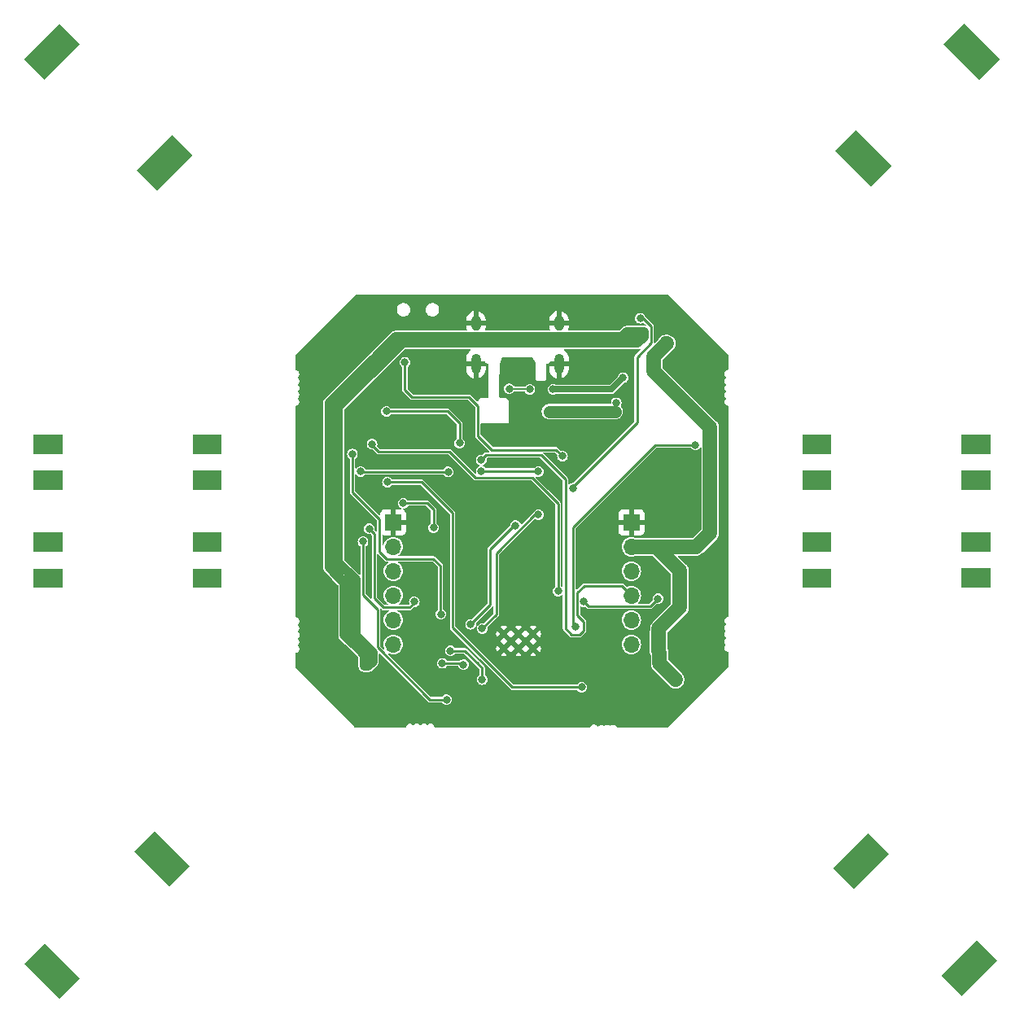
<source format=gbr>
%TF.GenerationSoftware,KiCad,Pcbnew,8.0.1*%
%TF.CreationDate,2024-05-11T18:36:51+02:00*%
%TF.ProjectId,Dron Wi-Fi ESP32,44726f6e-2057-4692-9d46-692045535033,rev?*%
%TF.SameCoordinates,Original*%
%TF.FileFunction,Copper,L2,Bot*%
%TF.FilePolarity,Positive*%
%FSLAX46Y46*%
G04 Gerber Fmt 4.6, Leading zero omitted, Abs format (unit mm)*
G04 Created by KiCad (PCBNEW 8.0.1) date 2024-05-11 18:36:51*
%MOMM*%
%LPD*%
G01*
G04 APERTURE LIST*
%TA.AperFunction,NonConductor*%
%ADD10C,0.000000*%
%TD*%
%TA.AperFunction,ComponentPad*%
%ADD11R,1.700000X1.700000*%
%TD*%
%TA.AperFunction,ComponentPad*%
%ADD12O,1.700000X1.700000*%
%TD*%
%TA.AperFunction,ComponentPad*%
%ADD13O,1.000000X2.100000*%
%TD*%
%TA.AperFunction,ComponentPad*%
%ADD14O,1.000000X1.600000*%
%TD*%
%TA.AperFunction,HeatsinkPad*%
%ADD15C,0.600000*%
%TD*%
%TA.AperFunction,ViaPad*%
%ADD16C,0.800000*%
%TD*%
%TA.AperFunction,Conductor*%
%ADD17C,0.250000*%
%TD*%
%TA.AperFunction,Conductor*%
%ADD18C,1.270000*%
%TD*%
%TA.AperFunction,Conductor*%
%ADD19C,1.524000*%
%TD*%
%TA.AperFunction,Conductor*%
%ADD20C,1.016000*%
%TD*%
%TA.AperFunction,Conductor*%
%ADD21C,0.635000*%
%TD*%
%TA.AperFunction,Conductor*%
%ADD22C,0.200000*%
%TD*%
G04 APERTURE END LIST*
D10*
%TA.AperFunction,NonConductor*%
G36*
X99921878Y-59266421D02*
G01*
X96256658Y-62930371D01*
X94134488Y-60808201D01*
X97795898Y-57149331D01*
X99921878Y-59266421D01*
G37*
%TD.AperFunction*%
%TA.AperFunction,NonConductor*%
G36*
X114640668Y-115801741D02*
G01*
X111640678Y-115801741D01*
X111640678Y-113801741D01*
X114640668Y-113801741D01*
X114640668Y-115801741D01*
G37*
%TD.AperFunction*%
%TA.AperFunction,NonConductor*%
G36*
X178039828Y-101882541D02*
G01*
X175039838Y-101882541D01*
X175039838Y-99882541D01*
X178039828Y-99882541D01*
X178039828Y-101882541D01*
G37*
%TD.AperFunction*%
%TA.AperFunction,NonConductor*%
G36*
X195551301Y-60812009D02*
G01*
X193429131Y-62934179D01*
X189763911Y-59270229D01*
X191889891Y-57153139D01*
X195551301Y-60812009D01*
G37*
%TD.AperFunction*%
%TA.AperFunction,NonConductor*%
G36*
X194600628Y-112067941D02*
G01*
X191600638Y-112067941D01*
X191600638Y-110067941D01*
X194600628Y-110067941D01*
X194600628Y-112067941D01*
G37*
%TD.AperFunction*%
%TA.AperFunction,NonConductor*%
G36*
X98080628Y-115801741D02*
G01*
X95080638Y-115801741D01*
X95080638Y-113801741D01*
X98080628Y-113801741D01*
X98080628Y-115801741D01*
G37*
%TD.AperFunction*%
%TA.AperFunction,NonConductor*%
G36*
X184295470Y-71895400D02*
G01*
X182173300Y-74017570D01*
X178508080Y-70353620D01*
X180634060Y-68236530D01*
X184295470Y-71895400D01*
G37*
%TD.AperFunction*%
%TA.AperFunction,NonConductor*%
G36*
X114640668Y-105616341D02*
G01*
X111640678Y-105616341D01*
X111640678Y-103616341D01*
X114640668Y-103616341D01*
X114640668Y-105616341D01*
G37*
%TD.AperFunction*%
%TA.AperFunction,NonConductor*%
G36*
X195352560Y-154594233D02*
G01*
X191691150Y-158253103D01*
X189565170Y-156136013D01*
X193230390Y-152472063D01*
X195352560Y-154594233D01*
G37*
%TD.AperFunction*%
%TA.AperFunction,NonConductor*%
G36*
X194600628Y-115795391D02*
G01*
X191600638Y-115795391D01*
X191600638Y-113795391D01*
X194600628Y-113795391D01*
X194600628Y-115795391D01*
G37*
%TD.AperFunction*%
%TA.AperFunction,NonConductor*%
G36*
X178039828Y-105616341D02*
G01*
X175039838Y-105616341D01*
X175039838Y-103616341D01*
X178039828Y-103616341D01*
X178039828Y-105616341D01*
G37*
%TD.AperFunction*%
%TA.AperFunction,NonConductor*%
G36*
X98080628Y-112067941D02*
G01*
X95080638Y-112067941D01*
X95080638Y-110067941D01*
X98080628Y-110067941D01*
X98080628Y-112067941D01*
G37*
%TD.AperFunction*%
%TA.AperFunction,NonConductor*%
G36*
X111355538Y-144771379D02*
G01*
X109233368Y-146893549D01*
X105574498Y-143232139D01*
X107691588Y-141106159D01*
X111355538Y-144771379D01*
G37*
%TD.AperFunction*%
%TA.AperFunction,NonConductor*%
G36*
X98080628Y-105616341D02*
G01*
X95080638Y-105616341D01*
X95080638Y-103616341D01*
X98080628Y-103616341D01*
X98080628Y-105616341D01*
G37*
%TD.AperFunction*%
%TA.AperFunction,NonConductor*%
G36*
X114640668Y-101882541D02*
G01*
X111640678Y-101882541D01*
X111640678Y-99882541D01*
X114640668Y-99882541D01*
X114640668Y-101882541D01*
G37*
%TD.AperFunction*%
%TA.AperFunction,NonConductor*%
G36*
X99932781Y-156426368D02*
G01*
X97810611Y-158548538D01*
X94151741Y-154887128D01*
X96268831Y-152761148D01*
X99932781Y-156426368D01*
G37*
%TD.AperFunction*%
%TA.AperFunction,NonConductor*%
G36*
X184038391Y-143496953D02*
G01*
X180376981Y-147155823D01*
X178251001Y-145038733D01*
X181916221Y-141374783D01*
X184038391Y-143496953D01*
G37*
%TD.AperFunction*%
%TA.AperFunction,NonConductor*%
G36*
X178039828Y-115801741D02*
G01*
X175039838Y-115801741D01*
X175039838Y-113801741D01*
X178039828Y-113801741D01*
X178039828Y-115801741D01*
G37*
%TD.AperFunction*%
%TA.AperFunction,NonConductor*%
G36*
X194600628Y-101882541D02*
G01*
X191600638Y-101882541D01*
X191600638Y-99882541D01*
X194600628Y-99882541D01*
X194600628Y-101882541D01*
G37*
%TD.AperFunction*%
%TA.AperFunction,NonConductor*%
G36*
X111625619Y-70845525D02*
G01*
X107960399Y-74509475D01*
X105838229Y-72387305D01*
X109499639Y-68728435D01*
X111625619Y-70845525D01*
G37*
%TD.AperFunction*%
%TA.AperFunction,NonConductor*%
G36*
X98080628Y-101882541D02*
G01*
X95080638Y-101882541D01*
X95080638Y-99882541D01*
X98080628Y-99882541D01*
X98080628Y-101882541D01*
G37*
%TD.AperFunction*%
%TA.AperFunction,NonConductor*%
G36*
X178039828Y-112067941D02*
G01*
X175039838Y-112067941D01*
X175039838Y-110067941D01*
X178039828Y-110067941D01*
X178039828Y-112067941D01*
G37*
%TD.AperFunction*%
%TA.AperFunction,NonConductor*%
G36*
X194600628Y-105635391D02*
G01*
X191600638Y-105635391D01*
X191600638Y-103635391D01*
X194600628Y-103635391D01*
X194600628Y-105635391D01*
G37*
%TD.AperFunction*%
%TA.AperFunction,NonConductor*%
G36*
X114640668Y-112067941D02*
G01*
X111640678Y-112067941D01*
X111640678Y-110067941D01*
X114640668Y-110067941D01*
X114640668Y-112067941D01*
G37*
%TD.AperFunction*%
D11*
%TO.P,J7,1,Pin_1*%
%TO.N,GND*%
X132500000Y-109000000D03*
D12*
%TO.P,J7,2,Pin_2*%
%TO.N,+3V3*%
X132500000Y-111540000D03*
%TO.P,J7,3,Pin_3*%
%TO.N,/RXD2*%
X132500000Y-114080000D03*
%TO.P,J7,4,Pin_4*%
%TO.N,/TXD2*%
X132500000Y-116620000D03*
%TO.P,J7,5,Pin_5*%
%TO.N,/SDA*%
X132500000Y-119160000D03*
%TO.P,J7,6,Pin_6*%
%TO.N,/SCL*%
X132500000Y-121700000D03*
%TD*%
D13*
%TO.P,J1,S1,SHIELD*%
%TO.N,GND*%
X149750000Y-92480000D03*
D14*
X149750000Y-88300000D03*
D13*
X141110000Y-92480000D03*
D14*
X141110000Y-88300000D03*
%TD*%
D15*
%TO.P,U6,39,GND*%
%TO.N,GND*%
X147047407Y-122122500D03*
X147047407Y-120597500D03*
X145522407Y-122122500D03*
X145522407Y-120597500D03*
X143997407Y-122122500D03*
X143997407Y-120597500D03*
%TD*%
D11*
%TO.P,J8,1,Pin_1*%
%TO.N,GND*%
X157275000Y-109000000D03*
D12*
%TO.P,J8,2,Pin_2*%
%TO.N,+BATT*%
X157275000Y-111540000D03*
%TO.P,J8,3,Pin_3*%
%TO.N,/SRV_1*%
X157275000Y-114080000D03*
%TO.P,J8,4,Pin_4*%
%TO.N,/SRV_2*%
X157275000Y-116620000D03*
%TO.P,J8,5,Pin_5*%
%TO.N,/SRV_3*%
X157275000Y-119160000D03*
%TO.P,J8,6,Pin_6*%
%TO.N,/SRV_4*%
X157275000Y-121700000D03*
%TD*%
D16*
%TO.N,/SDA*%
X141740000Y-120060000D03*
%TO.N,GND*%
X159940000Y-129160000D03*
X146050000Y-99250000D03*
X152900000Y-92660000D03*
X154490000Y-92640000D03*
X130400000Y-102850000D03*
X147800000Y-99250000D03*
X148860000Y-104170000D03*
X143500000Y-102650000D03*
X156890000Y-124190000D03*
X139160000Y-103540000D03*
%TO.N,/MOT_4*%
X160050000Y-116950000D03*
X152300000Y-117250000D03*
%TO.N,/MOT_3*%
X163940000Y-100930000D03*
X151490000Y-119810000D03*
%TO.N,/MOT_2*%
X130300000Y-100850000D03*
X149652000Y-116140000D03*
%TO.N,VBUS*%
X155700000Y-96580000D03*
X148720000Y-97460000D03*
X149590000Y-97450000D03*
X155700000Y-97380000D03*
X150460000Y-97460000D03*
X154790000Y-97380000D03*
%TO.N,+BATT*%
X161400000Y-124940000D03*
X129790000Y-123040000D03*
X160120000Y-120400000D03*
X160100000Y-121300000D03*
X126660000Y-114480000D03*
X156780000Y-89220000D03*
X131590000Y-90910000D03*
X130430000Y-92030000D03*
X160240000Y-91190000D03*
X129520000Y-123900000D03*
X160220000Y-123690000D03*
X158560000Y-89200000D03*
X160660000Y-90080000D03*
X127450000Y-115290000D03*
X160110000Y-122430000D03*
X157700000Y-89200000D03*
X159600000Y-92370000D03*
X131000000Y-91490000D03*
X128190000Y-116010000D03*
%TO.N,LDO_EN*%
X150100000Y-102100000D03*
X133700000Y-92350000D03*
%TO.N,+5V*%
X156400000Y-93950000D03*
X149120000Y-95170000D03*
%TO.N,/SCL*%
X140550000Y-119600000D03*
X145213966Y-109323966D03*
%TO.N,+3V3*%
X141660000Y-103650000D03*
X147600000Y-103700000D03*
%TO.N,/SDA*%
X141740000Y-125360000D03*
X138450000Y-122350000D03*
X147600000Y-108200000D03*
%TO.N,/IO0*%
X133550000Y-107000000D03*
X136700000Y-109550000D03*
%TO.N,/EN*%
X131900000Y-104800000D03*
X152100000Y-126150000D03*
%TO.N,Net-(LED1-A)*%
X151200000Y-105450000D03*
X158190000Y-87760000D03*
%TO.N,/RX*%
X137600000Y-123650000D03*
X139802000Y-123791867D03*
%TO.N,Net-(U3-VDD)*%
X139400000Y-100750000D03*
X131800000Y-97450000D03*
%TO.N,/LED_3*%
X128250000Y-101900000D03*
X137450000Y-118550000D03*
%TO.N,/LED_2*%
X130000000Y-109650000D03*
X134700000Y-117250000D03*
%TO.N,/LED_1*%
X138050000Y-127450000D03*
X129350000Y-111000000D03*
%TO.N,/SRV_2*%
X141650000Y-102500000D03*
%TO.N,/DTR*%
X129100000Y-103700000D03*
X138220000Y-103750000D03*
%TO.N,/D-*%
X146700000Y-95150000D03*
X144580000Y-95100000D03*
%TD*%
D17*
%TO.N,/SDA*%
X141760000Y-120060000D02*
X141740000Y-120060000D01*
X143220000Y-118600000D02*
X141760000Y-120060000D01*
X141740000Y-120080000D02*
X141740000Y-120060000D01*
%TO.N,GND*%
X152720000Y-92480000D02*
X149750000Y-92480000D01*
X152900000Y-92660000D02*
X152720000Y-92480000D01*
%TO.N,/MOT_4*%
X159278000Y-117722000D02*
X152772000Y-117722000D01*
X152772000Y-117722000D02*
X152300000Y-117250000D01*
X160050000Y-116950000D02*
X159278000Y-117722000D01*
%TO.N,/MOT_3*%
X151190000Y-109500000D02*
X151190000Y-119510000D01*
X151190000Y-119510000D02*
X151490000Y-119810000D01*
X159760000Y-100930000D02*
X151190000Y-109500000D01*
X163940000Y-100930000D02*
X159760000Y-100930000D01*
%TO.N,/MOT_2*%
X130300000Y-100960000D02*
X130300000Y-100850000D01*
X130980000Y-101640000D02*
X130300000Y-100960000D01*
X146940000Y-104350000D02*
X141050000Y-104350000D01*
X138340000Y-101640000D02*
X130980000Y-101640000D01*
X141050000Y-104350000D02*
X138340000Y-101640000D01*
X146940000Y-104350000D02*
X149652000Y-107062000D01*
X149652000Y-107062000D02*
X149652000Y-116140000D01*
D18*
%TO.N,VBUS*%
X150460000Y-97460000D02*
X155620000Y-97460000D01*
X148720000Y-97460000D02*
X150460000Y-97460000D01*
D19*
%TO.N,+BATT*%
X164020000Y-111540000D02*
X165460000Y-110100000D01*
D20*
X156265000Y-89735000D02*
X156780000Y-89220000D01*
X129520000Y-123900000D02*
X129900000Y-123900000D01*
X157920000Y-90310000D02*
X158560000Y-89670000D01*
X130342599Y-122547401D02*
X128190000Y-120394802D01*
X131010000Y-91490000D02*
X131590000Y-90910000D01*
X126660000Y-114480000D02*
X125860000Y-113680000D01*
D19*
X165460000Y-110100000D02*
X165460000Y-99140000D01*
X159600000Y-93280000D02*
X159600000Y-92370000D01*
D20*
X127440000Y-120690000D02*
X127440000Y-115300000D01*
D19*
X160220000Y-123690000D02*
X160220000Y-122540000D01*
D20*
X125860000Y-113680000D02*
X125860000Y-96560000D01*
D19*
X160220000Y-123690000D02*
X161880000Y-125350000D01*
D20*
X158540000Y-89220000D02*
X158560000Y-89200000D01*
X129520000Y-123900000D02*
X129520000Y-122770000D01*
X126770000Y-113160000D02*
X126770000Y-97030000D01*
X128170000Y-116010000D02*
X127450000Y-115290000D01*
D19*
X160120000Y-120400000D02*
X160120000Y-120060000D01*
D20*
X126770000Y-97030000D02*
X133490000Y-90310000D01*
D19*
X165460000Y-99140000D02*
X159600000Y-93280000D01*
X157275000Y-111540000D02*
X164020000Y-111540000D01*
X159600000Y-91760000D02*
X160960000Y-90400000D01*
D20*
X128190000Y-116010000D02*
X128170000Y-116010000D01*
X129790000Y-123040000D02*
X128590000Y-121840000D01*
X130340000Y-122550000D02*
X130342599Y-122547401D01*
D19*
X161880000Y-125350000D02*
X161880000Y-125380000D01*
D20*
X158560000Y-89670000D02*
X158560000Y-89200000D01*
X128590000Y-121840000D02*
X128590000Y-114980000D01*
X125860000Y-96560000D02*
X130370000Y-92050000D01*
X127450000Y-115270000D02*
X126660000Y-114480000D01*
X127450000Y-115290000D02*
X127450000Y-115270000D01*
D19*
X160110000Y-122430000D02*
X160110000Y-120410000D01*
X160110000Y-120410000D02*
X160120000Y-120400000D01*
X162320000Y-117860000D02*
X162320000Y-114040000D01*
D20*
X127760000Y-114980000D02*
X127450000Y-115290000D01*
X156780000Y-89220000D02*
X156830000Y-89220000D01*
X130440000Y-92050000D02*
X131000000Y-91490000D01*
D19*
X159820000Y-111540000D02*
X157275000Y-111540000D01*
D20*
X132765000Y-89735000D02*
X156265000Y-89735000D01*
X129900000Y-123900000D02*
X130340000Y-123460000D01*
X156830000Y-89220000D02*
X157920000Y-90310000D01*
X131590000Y-90910000D02*
X132765000Y-89735000D01*
X128590000Y-114980000D02*
X127760000Y-114980000D01*
X128590000Y-114980000D02*
X126770000Y-113160000D01*
D19*
X162320000Y-114040000D02*
X159820000Y-111540000D01*
D20*
X128190000Y-120394802D02*
X128190000Y-116010000D01*
X130370000Y-92050000D02*
X130440000Y-92050000D01*
X127440000Y-115300000D02*
X127450000Y-115290000D01*
X131000000Y-91490000D02*
X131010000Y-91490000D01*
X133490000Y-90310000D02*
X157920000Y-90310000D01*
X156780000Y-89220000D02*
X158540000Y-89220000D01*
D19*
X160220000Y-122540000D02*
X160110000Y-122430000D01*
D20*
X129520000Y-122770000D02*
X127440000Y-120690000D01*
D19*
X160120000Y-120060000D02*
X162320000Y-117860000D01*
X159600000Y-92370000D02*
X159600000Y-91760000D01*
D20*
X130340000Y-123460000D02*
X130340000Y-122550000D01*
D17*
%TO.N,LDO_EN*%
X134430000Y-95970000D02*
X140390000Y-95970000D01*
X149450000Y-101450000D02*
X150100000Y-102100000D01*
X141300000Y-100000000D02*
X142750000Y-101450000D01*
X142750000Y-101450000D02*
X149450000Y-101450000D01*
X133700000Y-95240000D02*
X134430000Y-95970000D01*
X133700000Y-92350000D02*
X133700000Y-95240000D01*
X140390000Y-95970000D02*
X141300000Y-96880000D01*
X141300000Y-96880000D02*
X141300000Y-100000000D01*
D21*
%TO.N,+5V*%
X155180000Y-95170000D02*
X156400000Y-93950000D01*
X149120000Y-95170000D02*
X155180000Y-95170000D01*
D17*
%TO.N,/SCL*%
X142580000Y-111770000D02*
X142580000Y-117570000D01*
X145026034Y-109323966D02*
X142580000Y-111770000D01*
X145213966Y-109323966D02*
X145026034Y-109323966D01*
X142580000Y-117570000D02*
X140550000Y-119600000D01*
%TO.N,+3V3*%
X147550000Y-103650000D02*
X147600000Y-103700000D01*
X141660000Y-103650000D02*
X147550000Y-103650000D01*
%TO.N,/SDA*%
X143220000Y-118600000D02*
X143220000Y-112240000D01*
X143220000Y-112240000D02*
X147260000Y-108200000D01*
X141270000Y-123660000D02*
X141740000Y-124130000D01*
X141740000Y-124130000D02*
X141740000Y-125360000D01*
X141740000Y-120080000D02*
X141740000Y-120080000D01*
X139960000Y-122350000D02*
X141270000Y-123660000D01*
X138450000Y-122350000D02*
X139960000Y-122350000D01*
X147260000Y-108200000D02*
X147600000Y-108200000D01*
%TO.N,/IO0*%
X136690000Y-107680000D02*
X136690000Y-109540000D01*
X136690000Y-109540000D02*
X136700000Y-109550000D01*
X133550000Y-107000000D02*
X136010000Y-107000000D01*
X136010000Y-107000000D02*
X136690000Y-107680000D01*
%TO.N,/EN*%
X138660000Y-108030000D02*
X138660000Y-119920000D01*
X135430000Y-104800000D02*
X138660000Y-108030000D01*
X131900000Y-104800000D02*
X135430000Y-104800000D01*
X144890000Y-126150000D02*
X152100000Y-126150000D01*
X138660000Y-119920000D02*
X144890000Y-126150000D01*
%TO.N,Net-(LED1-A)*%
X159330000Y-88590000D02*
X159330000Y-90320000D01*
X151200000Y-105250000D02*
X151200000Y-105450000D01*
X159330000Y-90320000D02*
X157860000Y-91790000D01*
X158500000Y-87760000D02*
X159330000Y-88590000D01*
X158190000Y-87760000D02*
X158500000Y-87760000D01*
X157860000Y-91790000D02*
X157860000Y-98590000D01*
X157860000Y-98590000D02*
X151200000Y-105250000D01*
%TO.N,/RX*%
X137600000Y-123650000D02*
X139660133Y-123650000D01*
X139660133Y-123650000D02*
X139802000Y-123791867D01*
%TO.N,Net-(U3-VDD)*%
X139400000Y-100750000D02*
X139410000Y-100740000D01*
X139410000Y-98690000D02*
X138170000Y-97450000D01*
X139410000Y-100740000D02*
X139410000Y-98690000D01*
X138170000Y-97450000D02*
X131800000Y-97450000D01*
%TO.N,/LED_3*%
X136680000Y-112800000D02*
X137410000Y-113530000D01*
X128250000Y-105860000D02*
X131090000Y-108700000D01*
X131090000Y-112100000D02*
X131790000Y-112800000D01*
X128250000Y-101900000D02*
X128250000Y-105860000D01*
X131090000Y-108700000D02*
X131090000Y-112100000D01*
X137410000Y-113530000D02*
X137410000Y-118510000D01*
X137410000Y-118510000D02*
X137450000Y-118550000D01*
X131790000Y-112800000D02*
X136680000Y-112800000D01*
%TO.N,/LED_2*%
X130540000Y-110190000D02*
X130540000Y-116900000D01*
X134220000Y-117860000D02*
X134700000Y-117380000D01*
X130000000Y-109650000D02*
X130540000Y-110190000D01*
X134700000Y-117380000D02*
X134700000Y-117250000D01*
X131500000Y-117860000D02*
X134220000Y-117860000D01*
X130540000Y-116900000D02*
X131500000Y-117860000D01*
%TO.N,/LED_1*%
X130860000Y-118040000D02*
X130860000Y-121990000D01*
X130860000Y-121990000D02*
X136320000Y-127450000D01*
X129350000Y-111000000D02*
X129350000Y-116530000D01*
X136320000Y-127450000D02*
X138050000Y-127450000D01*
X129350000Y-116530000D02*
X130860000Y-118040000D01*
%TO.N,/SRV_2*%
X152290000Y-119320000D02*
X151648000Y-118678000D01*
X151880000Y-120660000D02*
X152290000Y-120250000D01*
X151648000Y-116312000D02*
X152360000Y-115600000D01*
X147860000Y-101990000D02*
X150410000Y-104540000D01*
X141650000Y-102500000D02*
X142160000Y-101990000D01*
X152290000Y-120250000D02*
X152290000Y-119320000D01*
X142160000Y-101990000D02*
X147860000Y-101990000D01*
X151648000Y-118678000D02*
X151648000Y-116312000D01*
X150410000Y-104540000D02*
X150410000Y-120010000D01*
X151060000Y-120660000D02*
X151880000Y-120660000D01*
X152360000Y-115600000D02*
X156255000Y-115600000D01*
X150410000Y-120010000D02*
X151060000Y-120660000D01*
X156255000Y-115600000D02*
X157275000Y-116620000D01*
%TO.N,/DTR*%
X129100000Y-103700000D02*
X129150000Y-103750000D01*
X129150000Y-103750000D02*
X138220000Y-103750000D01*
D22*
%TO.N,/D-*%
X146650000Y-95100000D02*
X146700000Y-95150000D01*
X144580000Y-95100000D02*
X146650000Y-95100000D01*
%TD*%
%TA.AperFunction,Conductor*%
%TO.N,GND*%
G36*
X147762080Y-102285493D02*
G01*
X147766916Y-102289926D01*
X150110074Y-104633083D01*
X150131814Y-104679703D01*
X150132100Y-104686257D01*
X150132100Y-115658987D01*
X150114507Y-115707325D01*
X150069958Y-115733045D01*
X150019300Y-115724112D01*
X150011121Y-115718647D01*
X149959321Y-115678899D01*
X149931682Y-115635515D01*
X149929900Y-115619239D01*
X149929900Y-107025416D01*
X149929900Y-107025414D01*
X149910962Y-106954735D01*
X149910959Y-106954730D01*
X149910958Y-106954727D01*
X149874376Y-106891366D01*
X149874375Y-106891365D01*
X149822635Y-106839625D01*
X148577346Y-105594336D01*
X147323552Y-104340541D01*
X147301812Y-104293921D01*
X147315126Y-104244234D01*
X147357263Y-104214729D01*
X147405503Y-104217891D01*
X147455664Y-104238669D01*
X147600000Y-104257671D01*
X147744336Y-104238669D01*
X147878836Y-104182957D01*
X147994333Y-104094333D01*
X148082957Y-103978836D01*
X148138669Y-103844336D01*
X148157671Y-103700000D01*
X148138669Y-103555664D01*
X148082957Y-103421165D01*
X148082955Y-103421162D01*
X147994333Y-103305666D01*
X147878839Y-103217045D01*
X147878838Y-103217044D01*
X147878836Y-103217043D01*
X147791891Y-103181029D01*
X147744337Y-103161331D01*
X147600000Y-103142329D01*
X147455662Y-103161331D01*
X147321163Y-103217044D01*
X147321162Y-103217044D01*
X147205667Y-103305666D01*
X147177268Y-103342678D01*
X147133884Y-103370317D01*
X147117607Y-103372100D01*
X142180759Y-103372100D01*
X142132421Y-103354507D01*
X142121099Y-103342678D01*
X142054334Y-103255668D01*
X142054331Y-103255666D01*
X141996553Y-103211331D01*
X141938838Y-103167044D01*
X141938837Y-103167043D01*
X141879352Y-103142403D01*
X141841427Y-103107651D01*
X141834714Y-103056651D01*
X141862353Y-103013267D01*
X141879346Y-103003456D01*
X141928836Y-102982957D01*
X142044333Y-102894333D01*
X142132957Y-102778836D01*
X142188669Y-102644336D01*
X142207671Y-102500000D01*
X142193355Y-102391259D01*
X142204489Y-102341040D01*
X142214733Y-102328275D01*
X142253086Y-102289924D01*
X142299707Y-102268186D01*
X142306259Y-102267900D01*
X147713742Y-102267900D01*
X147762080Y-102285493D01*
G37*
%TD.AperFunction*%
%TA.AperFunction,Conductor*%
G36*
X158116734Y-90946460D02*
G01*
X158162053Y-90948912D01*
X158199616Y-90984057D01*
X158205799Y-91035123D01*
X158185729Y-91071259D01*
X157637628Y-91619360D01*
X157601037Y-91682736D01*
X157601035Y-91682741D01*
X157600153Y-91686031D01*
X157600154Y-91686032D01*
X157600154Y-91686033D01*
X157584142Y-91745795D01*
X157582100Y-91753415D01*
X157582100Y-98443741D01*
X157564507Y-98492079D01*
X157560074Y-98496915D01*
X151177353Y-104879635D01*
X151133996Y-104901017D01*
X151111298Y-104904006D01*
X151055662Y-104911331D01*
X150921163Y-104967044D01*
X150921162Y-104967044D01*
X150808879Y-105053202D01*
X150759819Y-105068670D01*
X150712295Y-105048985D01*
X150688543Y-105003357D01*
X150687900Y-104993542D01*
X150687900Y-104503415D01*
X150668962Y-104432734D01*
X150668961Y-104432732D01*
X150650668Y-104401050D01*
X150650668Y-104401049D01*
X150650666Y-104401047D01*
X150632375Y-104369365D01*
X150632373Y-104369363D01*
X150632371Y-104369360D01*
X150578020Y-104315009D01*
X150577997Y-104314988D01*
X148119285Y-101856274D01*
X148097545Y-101809654D01*
X148110859Y-101759967D01*
X148152996Y-101730462D01*
X148172459Y-101727900D01*
X149303742Y-101727900D01*
X149352080Y-101745493D01*
X149356916Y-101749926D01*
X149535261Y-101928271D01*
X149557001Y-101974891D01*
X149556644Y-101991260D01*
X149542329Y-102099999D01*
X149561331Y-102244337D01*
X149571210Y-102268186D01*
X149617043Y-102378836D01*
X149617044Y-102378838D01*
X149617045Y-102378839D01*
X149705666Y-102494333D01*
X149821160Y-102582954D01*
X149821164Y-102582957D01*
X149955664Y-102638669D01*
X150100000Y-102657671D01*
X150244336Y-102638669D01*
X150378836Y-102582957D01*
X150494333Y-102494333D01*
X150582957Y-102378836D01*
X150638669Y-102244336D01*
X150657671Y-102100000D01*
X150638669Y-101955664D01*
X150582957Y-101821165D01*
X150574877Y-101810635D01*
X150494333Y-101705666D01*
X150378839Y-101617045D01*
X150378838Y-101617044D01*
X150378836Y-101617043D01*
X150291891Y-101581029D01*
X150244337Y-101561331D01*
X150124162Y-101545510D01*
X150100000Y-101542329D01*
X150099999Y-101542329D01*
X149991260Y-101556644D01*
X149941039Y-101545510D01*
X149928275Y-101535265D01*
X149620635Y-101227625D01*
X149557266Y-101191038D01*
X149557263Y-101191037D01*
X149557264Y-101191037D01*
X149512454Y-101179031D01*
X149486586Y-101172100D01*
X149486585Y-101172100D01*
X142896258Y-101172100D01*
X142847920Y-101154507D01*
X142843084Y-101150074D01*
X141599926Y-99906916D01*
X141578186Y-99860296D01*
X141577900Y-99853742D01*
X141577900Y-98793100D01*
X141595493Y-98744762D01*
X141640042Y-98719042D01*
X141653100Y-98717900D01*
X144274790Y-98717900D01*
X144274800Y-98717900D01*
X144288557Y-98717300D01*
X144301615Y-98716158D01*
X144366807Y-98695604D01*
X144411356Y-98669884D01*
X144433904Y-98654095D01*
X144480785Y-98587141D01*
X144498378Y-98538803D01*
X144507899Y-98484804D01*
X144507900Y-98484804D01*
X144507900Y-97537602D01*
X147932100Y-97537602D01*
X147962379Y-97689823D01*
X147962380Y-97689825D01*
X147987275Y-97749926D01*
X148021772Y-97833210D01*
X148106855Y-97960546D01*
X148108000Y-97962260D01*
X148217739Y-98071999D01*
X148217742Y-98072001D01*
X148217743Y-98072002D01*
X148346790Y-98158228D01*
X148490178Y-98217621D01*
X148581839Y-98235853D01*
X148642397Y-98247900D01*
X148642399Y-98247900D01*
X155697603Y-98247900D01*
X155748113Y-98237852D01*
X155849822Y-98217621D01*
X155993210Y-98158228D01*
X156122257Y-98072002D01*
X156232002Y-97962257D01*
X156318228Y-97833210D01*
X156377621Y-97689822D01*
X156407900Y-97537601D01*
X156407900Y-97382399D01*
X156377621Y-97230178D01*
X156318228Y-97086790D01*
X156232002Y-96957743D01*
X156203881Y-96929622D01*
X156182142Y-96883004D01*
X156187580Y-96847674D01*
X156238669Y-96724336D01*
X156257671Y-96580000D01*
X156238669Y-96435664D01*
X156182957Y-96301165D01*
X156182955Y-96301162D01*
X156094333Y-96185666D01*
X155978839Y-96097045D01*
X155978838Y-96097044D01*
X155978836Y-96097043D01*
X155882698Y-96057221D01*
X155844337Y-96041331D01*
X155700000Y-96022329D01*
X155555662Y-96041331D01*
X155450239Y-96085000D01*
X155434417Y-96091554D01*
X155421163Y-96097044D01*
X155421162Y-96097044D01*
X155305666Y-96185666D01*
X155217044Y-96301162D01*
X155217044Y-96301163D01*
X155161331Y-96435662D01*
X155142329Y-96580000D01*
X155143262Y-96587085D01*
X155132128Y-96637305D01*
X155091318Y-96668620D01*
X155068705Y-96672100D01*
X148642397Y-96672100D01*
X148490176Y-96702379D01*
X148490174Y-96702380D01*
X148346791Y-96761771D01*
X148217739Y-96848000D01*
X148108000Y-96957739D01*
X148021771Y-97086791D01*
X147962380Y-97230174D01*
X147962379Y-97230176D01*
X147932100Y-97382397D01*
X147932100Y-97537602D01*
X144507900Y-97537602D01*
X144507900Y-96460833D01*
X144507900Y-96460828D01*
X144502170Y-96418677D01*
X144496241Y-96397273D01*
X144491456Y-96379996D01*
X144491454Y-96379992D01*
X144491453Y-96379987D01*
X144474681Y-96340899D01*
X144474679Y-96340895D01*
X144474679Y-96340894D01*
X144357311Y-96145283D01*
X144357304Y-96145271D01*
X144357297Y-96145261D01*
X144357293Y-96145255D01*
X144342021Y-96124018D01*
X144342013Y-96124007D01*
X144337281Y-96118463D01*
X144325866Y-96105088D01*
X144259764Y-96059215D01*
X144259766Y-96059215D01*
X144211427Y-96041622D01*
X144157427Y-96032100D01*
X144157423Y-96032100D01*
X143613490Y-96032100D01*
X143565152Y-96014507D01*
X143539432Y-95969958D01*
X143538290Y-95956774D01*
X143539721Y-95100000D01*
X144022329Y-95100000D01*
X144041331Y-95244337D01*
X144054689Y-95276586D01*
X144097043Y-95378836D01*
X144097044Y-95378838D01*
X144097045Y-95378839D01*
X144185666Y-95494333D01*
X144278300Y-95565413D01*
X144301164Y-95582957D01*
X144435664Y-95638669D01*
X144580000Y-95657671D01*
X144724336Y-95638669D01*
X144858836Y-95582957D01*
X144974333Y-95494333D01*
X144989868Y-95474088D01*
X145060284Y-95382321D01*
X145103668Y-95354682D01*
X145119944Y-95352900D01*
X146135342Y-95352900D01*
X146183680Y-95370493D01*
X146204817Y-95399321D01*
X146217043Y-95428837D01*
X146217044Y-95428838D01*
X146305666Y-95544333D01*
X146389085Y-95608342D01*
X146421164Y-95632957D01*
X146555664Y-95688669D01*
X146700000Y-95707671D01*
X146844336Y-95688669D01*
X146978836Y-95632957D01*
X147094333Y-95544333D01*
X147182957Y-95428836D01*
X147238669Y-95294336D01*
X147255038Y-95170000D01*
X148562329Y-95170000D01*
X148573639Y-95255913D01*
X148581331Y-95314336D01*
X148637043Y-95448836D01*
X148637044Y-95448838D01*
X148637045Y-95448839D01*
X148725666Y-95564333D01*
X148824799Y-95640400D01*
X148841164Y-95652957D01*
X148975664Y-95708669D01*
X149120000Y-95727671D01*
X149264336Y-95708669D01*
X149398836Y-95652957D01*
X149398842Y-95652952D01*
X149403103Y-95650493D01*
X149404489Y-95652894D01*
X149440727Y-95640400D01*
X155241927Y-95640400D01*
X155241930Y-95640400D01*
X155316197Y-95620500D01*
X155361568Y-95608343D01*
X155468832Y-95546414D01*
X155556414Y-95458832D01*
X156505832Y-94509412D01*
X156540274Y-94492567D01*
X156539572Y-94489946D01*
X156544331Y-94488670D01*
X156544332Y-94488669D01*
X156544336Y-94488669D01*
X156678836Y-94432957D01*
X156794333Y-94344333D01*
X156882957Y-94228836D01*
X156938669Y-94094336D01*
X156957671Y-93950000D01*
X156938669Y-93805664D01*
X156882957Y-93671165D01*
X156882955Y-93671162D01*
X156794333Y-93555666D01*
X156678839Y-93467045D01*
X156678838Y-93467044D01*
X156678836Y-93467043D01*
X156591891Y-93431029D01*
X156544337Y-93411331D01*
X156400000Y-93392329D01*
X156255662Y-93411331D01*
X156121163Y-93467044D01*
X156121162Y-93467044D01*
X156005666Y-93555666D01*
X155917044Y-93671162D01*
X155917040Y-93671169D01*
X155861332Y-93805658D01*
X155860056Y-93810422D01*
X155858107Y-93809900D01*
X155840587Y-93844165D01*
X155007180Y-94677574D01*
X154960560Y-94699314D01*
X154954006Y-94699600D01*
X149440727Y-94699600D01*
X149404489Y-94687105D01*
X149403103Y-94689507D01*
X149398834Y-94687042D01*
X149264337Y-94631331D01*
X149120000Y-94612329D01*
X148975662Y-94631331D01*
X148871818Y-94674346D01*
X148841168Y-94687042D01*
X148841163Y-94687044D01*
X148841162Y-94687044D01*
X148725666Y-94775666D01*
X148637044Y-94891162D01*
X148637044Y-94891163D01*
X148581331Y-95025662D01*
X148562329Y-95170000D01*
X147255038Y-95170000D01*
X147257671Y-95150000D01*
X147238669Y-95005664D01*
X147182957Y-94871165D01*
X147182955Y-94871162D01*
X147094333Y-94755666D01*
X146978839Y-94667045D01*
X146978838Y-94667044D01*
X146978836Y-94667043D01*
X146858131Y-94617045D01*
X146844337Y-94611331D01*
X146700000Y-94592329D01*
X146555662Y-94611331D01*
X146421163Y-94667044D01*
X146421162Y-94667044D01*
X146305667Y-94755666D01*
X146285352Y-94782142D01*
X146258083Y-94817679D01*
X146214702Y-94845317D01*
X146198425Y-94847100D01*
X145119943Y-94847100D01*
X145071605Y-94829507D01*
X145060283Y-94817679D01*
X144974333Y-94705666D01*
X144858839Y-94617045D01*
X144858838Y-94617044D01*
X144858836Y-94617043D01*
X144770566Y-94580480D01*
X144724337Y-94561331D01*
X144580000Y-94542329D01*
X144435662Y-94561331D01*
X144341151Y-94600480D01*
X144312546Y-94612329D01*
X144301163Y-94617044D01*
X144301162Y-94617044D01*
X144185666Y-94705666D01*
X144097044Y-94821162D01*
X144097044Y-94821163D01*
X144041331Y-94955662D01*
X144022329Y-95100000D01*
X143539721Y-95100000D01*
X143540407Y-94689507D01*
X143543862Y-92621660D01*
X143549396Y-92593476D01*
X143853719Y-91844782D01*
X143888219Y-91806628D01*
X143923384Y-91797900D01*
X146936877Y-91797900D01*
X146985215Y-91815493D01*
X147003762Y-91838728D01*
X147314112Y-92442653D01*
X147322426Y-92476588D01*
X147331667Y-94066151D01*
X147332306Y-94079468D01*
X147333446Y-94092073D01*
X147333446Y-94092074D01*
X147353959Y-94156804D01*
X147353960Y-94156807D01*
X147359928Y-94167144D01*
X147379679Y-94201355D01*
X147379682Y-94201359D01*
X147395469Y-94223904D01*
X147462420Y-94270783D01*
X147462421Y-94270783D01*
X147462423Y-94270785D01*
X147510761Y-94288378D01*
X147564759Y-94297899D01*
X147564760Y-94297900D01*
X147564764Y-94297900D01*
X148204790Y-94297900D01*
X148204800Y-94297900D01*
X148218557Y-94297300D01*
X148231615Y-94296158D01*
X148296807Y-94275604D01*
X148341356Y-94249884D01*
X148363904Y-94234095D01*
X148410785Y-94167141D01*
X148428378Y-94118803D01*
X148437899Y-94064804D01*
X148437900Y-94064804D01*
X148437900Y-92592788D01*
X148437900Y-92592786D01*
X148436540Y-92583951D01*
X148446575Y-92533501D01*
X148486692Y-92501303D01*
X148491393Y-92499876D01*
X148542135Y-92486281D01*
X148673365Y-92410515D01*
X148780515Y-92303365D01*
X148803474Y-92263600D01*
X148842879Y-92230535D01*
X148868599Y-92226000D01*
X149450000Y-92226000D01*
X149450000Y-92734000D01*
X148742000Y-92734000D01*
X148742000Y-93129279D01*
X148780737Y-93324025D01*
X148780738Y-93324026D01*
X148856721Y-93507465D01*
X148967037Y-93672564D01*
X148967039Y-93672567D01*
X149107432Y-93812960D01*
X149107435Y-93812962D01*
X149272534Y-93923278D01*
X149455973Y-93999261D01*
X149455975Y-93999262D01*
X149496000Y-94007223D01*
X149496000Y-93190060D01*
X149509940Y-93214205D01*
X149565795Y-93270060D01*
X149634204Y-93309556D01*
X149710504Y-93330000D01*
X149789496Y-93330000D01*
X149865796Y-93309556D01*
X149934205Y-93270060D01*
X149990060Y-93214205D01*
X150004000Y-93190060D01*
X150004000Y-94007223D01*
X150044024Y-93999262D01*
X150044026Y-93999261D01*
X150227465Y-93923278D01*
X150392564Y-93812962D01*
X150392567Y-93812960D01*
X150532960Y-93672567D01*
X150532962Y-93672564D01*
X150643278Y-93507465D01*
X150719261Y-93324026D01*
X150719262Y-93324025D01*
X150758000Y-93129279D01*
X150758000Y-92734000D01*
X150050000Y-92734000D01*
X150050000Y-92226000D01*
X150758000Y-92226000D01*
X150758000Y-91830720D01*
X150719262Y-91635974D01*
X150719261Y-91635973D01*
X150643278Y-91452534D01*
X150532962Y-91287435D01*
X150532960Y-91287432D01*
X150392567Y-91147039D01*
X150392558Y-91147031D01*
X150335080Y-91108626D01*
X150304663Y-91067143D01*
X150308028Y-91015813D01*
X150343599Y-90978655D01*
X150376859Y-90970900D01*
X157985096Y-90970900D01*
X158057447Y-90956508D01*
X158112777Y-90945502D01*
X158112778Y-90945501D01*
X158116400Y-90944781D01*
X158116734Y-90946460D01*
G37*
%TD.AperFunction*%
%TA.AperFunction,Conductor*%
G36*
X161118527Y-85358894D02*
G01*
X161123321Y-85363284D01*
X162969801Y-87206809D01*
X167298652Y-91528734D01*
X167320810Y-91550856D01*
X167342587Y-91597459D01*
X167342878Y-91604073D01*
X167342878Y-93056898D01*
X167325285Y-93105236D01*
X167287142Y-93129534D01*
X167232126Y-93144276D01*
X167185411Y-93156793D01*
X167094088Y-93209519D01*
X167094082Y-93209523D01*
X167019523Y-93284082D01*
X167019519Y-93284088D01*
X166966793Y-93375411D01*
X166961434Y-93395413D01*
X166939500Y-93477273D01*
X166939500Y-93582727D01*
X166959969Y-93659122D01*
X166966793Y-93684588D01*
X167019519Y-93775911D01*
X167019523Y-93775917D01*
X167090432Y-93846826D01*
X167112172Y-93893446D01*
X167098858Y-93943133D01*
X167090432Y-93953174D01*
X167029523Y-94014082D01*
X167029519Y-94014088D01*
X166976793Y-94105411D01*
X166971434Y-94125413D01*
X166949500Y-94207273D01*
X166949500Y-94312727D01*
X166957969Y-94344333D01*
X166976793Y-94414588D01*
X167029519Y-94505911D01*
X167029523Y-94505917D01*
X167107572Y-94583966D01*
X167106589Y-94584948D01*
X167131051Y-94623346D01*
X167124338Y-94674346D01*
X167110809Y-94692797D01*
X167039520Y-94764086D01*
X167039519Y-94764088D01*
X166986793Y-94855411D01*
X166982572Y-94871165D01*
X166959500Y-94957273D01*
X166959500Y-95062727D01*
X166976156Y-95124890D01*
X166986793Y-95164588D01*
X167039519Y-95255911D01*
X167039523Y-95255917D01*
X167085432Y-95301826D01*
X167107172Y-95348446D01*
X167093858Y-95398133D01*
X167085432Y-95408174D01*
X167019523Y-95474082D01*
X167019519Y-95474088D01*
X166966793Y-95565411D01*
X166962093Y-95582954D01*
X166939500Y-95667273D01*
X166939500Y-95772727D01*
X166959969Y-95849122D01*
X166966793Y-95874588D01*
X167019519Y-95965911D01*
X167019523Y-95965917D01*
X167085432Y-96031826D01*
X167107172Y-96078446D01*
X167093858Y-96128133D01*
X167085432Y-96138174D01*
X167019523Y-96204082D01*
X167019519Y-96204088D01*
X166966793Y-96295411D01*
X166954606Y-96340895D01*
X166939500Y-96397273D01*
X166939500Y-96502727D01*
X166959969Y-96579122D01*
X166966793Y-96604588D01*
X167019519Y-96695911D01*
X167019523Y-96695917D01*
X167094082Y-96770476D01*
X167094085Y-96770478D01*
X167094087Y-96770480D01*
X167185413Y-96823207D01*
X167287143Y-96850465D01*
X167329278Y-96879967D01*
X167342878Y-96923101D01*
X167342878Y-114740744D01*
X167341819Y-118186258D01*
X167341646Y-118747251D01*
X167324038Y-118795583D01*
X167285910Y-118819865D01*
X167242126Y-118831597D01*
X167185411Y-118846793D01*
X167094088Y-118899519D01*
X167094082Y-118899523D01*
X167019523Y-118974082D01*
X167019519Y-118974088D01*
X166966793Y-119065411D01*
X166956076Y-119105411D01*
X166939500Y-119167273D01*
X166939500Y-119272727D01*
X166952479Y-119321165D01*
X166966793Y-119374588D01*
X167019519Y-119465911D01*
X167019523Y-119465917D01*
X167085432Y-119531826D01*
X167107172Y-119578446D01*
X167093858Y-119628133D01*
X167085432Y-119638174D01*
X167019523Y-119704082D01*
X167019519Y-119704088D01*
X166966793Y-119795411D01*
X166962884Y-119810000D01*
X166939500Y-119897273D01*
X166939500Y-120002727D01*
X166951252Y-120046586D01*
X166966793Y-120104588D01*
X167019519Y-120195911D01*
X167019523Y-120195917D01*
X167055432Y-120231826D01*
X167077172Y-120278446D01*
X167063858Y-120328133D01*
X167055432Y-120338174D01*
X167019523Y-120374082D01*
X167019519Y-120374088D01*
X166966793Y-120465411D01*
X166954168Y-120512532D01*
X166939500Y-120567273D01*
X166939500Y-120672727D01*
X166959535Y-120747500D01*
X166966793Y-120774588D01*
X167008376Y-120846612D01*
X167018754Y-120864587D01*
X167019519Y-120865911D01*
X167019523Y-120865917D01*
X167080432Y-120926826D01*
X167102172Y-120973446D01*
X167088858Y-121023133D01*
X167080432Y-121033174D01*
X167009523Y-121104082D01*
X167009519Y-121104088D01*
X166956793Y-121195411D01*
X166943146Y-121246343D01*
X166929500Y-121297273D01*
X166929500Y-121402727D01*
X166948255Y-121472724D01*
X166956793Y-121504588D01*
X167009519Y-121595911D01*
X167009523Y-121595917D01*
X167060432Y-121646826D01*
X167082172Y-121693446D01*
X167068858Y-121743133D01*
X167060432Y-121753174D01*
X167019523Y-121794082D01*
X167019519Y-121794088D01*
X166966793Y-121885411D01*
X166953146Y-121936343D01*
X166939500Y-121987273D01*
X166939500Y-122092727D01*
X166947478Y-122122500D01*
X166966793Y-122194588D01*
X166977264Y-122212724D01*
X167012141Y-122273133D01*
X167019519Y-122285911D01*
X167019523Y-122285917D01*
X167094082Y-122360476D01*
X167094085Y-122360478D01*
X167094087Y-122360480D01*
X167134354Y-122383728D01*
X167185410Y-122413206D01*
X167185412Y-122413206D01*
X167185413Y-122413207D01*
X167284752Y-122439824D01*
X167326887Y-122469328D01*
X167340487Y-122512484D01*
X167340009Y-124068865D01*
X167322401Y-124117197D01*
X167317983Y-124122016D01*
X161122016Y-130317983D01*
X161075396Y-130339723D01*
X161068865Y-130340009D01*
X157161828Y-130341211D01*
X155812424Y-130341211D01*
X155764086Y-130323618D01*
X155746280Y-130299330D01*
X155745672Y-130299682D01*
X155696253Y-130214087D01*
X155690480Y-130204087D01*
X155690478Y-130204085D01*
X155690476Y-130204082D01*
X155615917Y-130129523D01*
X155615911Y-130129519D01*
X155612121Y-130127331D01*
X155554543Y-130094088D01*
X155524588Y-130076793D01*
X155487266Y-130066793D01*
X155422727Y-130049500D01*
X155317273Y-130049500D01*
X155256157Y-130065875D01*
X155215411Y-130076793D01*
X155124088Y-130129519D01*
X155124085Y-130129521D01*
X155113172Y-130140434D01*
X155066551Y-130162172D01*
X155016864Y-130148857D01*
X155006827Y-130140434D01*
X154985913Y-130119520D01*
X154947205Y-130097172D01*
X154894588Y-130066793D01*
X154857266Y-130056793D01*
X154792727Y-130039500D01*
X154687273Y-130039500D01*
X154626157Y-130055875D01*
X154585411Y-130066793D01*
X154494088Y-130119519D01*
X154494082Y-130119523D01*
X154486275Y-130127331D01*
X154439655Y-130149071D01*
X154395501Y-130139282D01*
X154304588Y-130086793D01*
X154267266Y-130076793D01*
X154202727Y-130059500D01*
X154097273Y-130059500D01*
X154037813Y-130075432D01*
X153995411Y-130086793D01*
X153904088Y-130139519D01*
X153904086Y-130139520D01*
X153834330Y-130209276D01*
X153787710Y-130231015D01*
X153738023Y-130217701D01*
X153716031Y-130193702D01*
X153715976Y-130193607D01*
X153710480Y-130184087D01*
X153710478Y-130184085D01*
X153710476Y-130184082D01*
X153635917Y-130109523D01*
X153635911Y-130109519D01*
X153544588Y-130056793D01*
X153517369Y-130049500D01*
X153442727Y-130029500D01*
X153337273Y-130029500D01*
X153276157Y-130045875D01*
X153235411Y-130056793D01*
X153144088Y-130109519D01*
X153144082Y-130109523D01*
X153069523Y-130184082D01*
X153069519Y-130184088D01*
X153016793Y-130275412D01*
X153014098Y-130285472D01*
X152984595Y-130327610D01*
X152941460Y-130341211D01*
X136862655Y-130341211D01*
X136814317Y-130323618D01*
X136790018Y-130285476D01*
X136763207Y-130185413D01*
X136763206Y-130185412D01*
X136763206Y-130185410D01*
X136719390Y-130109520D01*
X136710480Y-130094087D01*
X136710478Y-130094085D01*
X136710476Y-130094082D01*
X136635917Y-130019523D01*
X136635911Y-130019519D01*
X136544588Y-129966793D01*
X136507266Y-129956793D01*
X136442727Y-129939500D01*
X136337273Y-129939500D01*
X136276157Y-129955875D01*
X136235411Y-129966793D01*
X136144088Y-130019519D01*
X136144082Y-130019523D01*
X136093174Y-130070432D01*
X136046554Y-130092172D01*
X135996867Y-130078858D01*
X135986826Y-130070432D01*
X135925917Y-130009523D01*
X135925911Y-130009519D01*
X135834588Y-129956793D01*
X135809122Y-129949969D01*
X135732727Y-129929500D01*
X135627273Y-129929500D01*
X135566157Y-129945875D01*
X135525411Y-129956793D01*
X135434088Y-130009519D01*
X135434082Y-130009523D01*
X135368174Y-130075432D01*
X135321554Y-130097172D01*
X135271867Y-130083858D01*
X135261826Y-130075432D01*
X135205917Y-130019523D01*
X135205911Y-130019519D01*
X135114588Y-129966793D01*
X135077266Y-129956793D01*
X135012727Y-129939500D01*
X134907273Y-129939500D01*
X134846157Y-129955875D01*
X134805411Y-129966793D01*
X134714088Y-130019519D01*
X134714082Y-130019523D01*
X134648174Y-130085432D01*
X134601554Y-130107172D01*
X134551867Y-130093858D01*
X134541826Y-130085432D01*
X134475917Y-130019523D01*
X134475911Y-130019519D01*
X134384588Y-129966793D01*
X134347266Y-129956793D01*
X134282727Y-129939500D01*
X134177273Y-129939500D01*
X134116157Y-129955875D01*
X134075411Y-129966793D01*
X133984088Y-130019519D01*
X133984082Y-130019523D01*
X133909523Y-130094082D01*
X133909519Y-130094088D01*
X133856793Y-130185410D01*
X133844607Y-130230889D01*
X133829981Y-130285476D01*
X133800478Y-130327611D01*
X133757345Y-130341211D01*
X128602410Y-130341211D01*
X128554072Y-130323618D01*
X128549193Y-130319143D01*
X122364951Y-124124991D01*
X122343249Y-124078353D01*
X122342968Y-124071859D01*
X122342968Y-122628856D01*
X122360561Y-122580518D01*
X122398702Y-122556219D01*
X122484587Y-122533207D01*
X122575913Y-122480480D01*
X122650480Y-122405913D01*
X122703207Y-122314587D01*
X122730500Y-122212727D01*
X122730500Y-122107273D01*
X122703207Y-122005413D01*
X122650480Y-121914087D01*
X122650478Y-121914085D01*
X122650476Y-121914082D01*
X122584568Y-121848174D01*
X122562828Y-121801554D01*
X122576142Y-121751867D01*
X122584568Y-121741826D01*
X122660476Y-121665917D01*
X122660480Y-121665913D01*
X122713207Y-121574587D01*
X122740500Y-121472727D01*
X122740500Y-121367273D01*
X122713207Y-121265413D01*
X122660480Y-121174087D01*
X122660478Y-121174085D01*
X122660476Y-121174082D01*
X122609568Y-121123174D01*
X122587828Y-121076554D01*
X122601142Y-121026867D01*
X122609568Y-121016826D01*
X122670476Y-120955917D01*
X122670480Y-120955913D01*
X122723207Y-120864587D01*
X122750500Y-120762727D01*
X122750500Y-120657273D01*
X122723207Y-120555413D01*
X122670480Y-120464087D01*
X122670478Y-120464085D01*
X122670476Y-120464082D01*
X122604568Y-120398174D01*
X122582828Y-120351554D01*
X122596142Y-120301867D01*
X122604568Y-120291826D01*
X122660476Y-120235917D01*
X122660480Y-120235913D01*
X122713207Y-120144587D01*
X122740500Y-120042727D01*
X122740500Y-119937273D01*
X122713207Y-119835413D01*
X122660480Y-119744087D01*
X122660478Y-119744085D01*
X122660476Y-119744082D01*
X122594568Y-119678174D01*
X122572828Y-119631554D01*
X122586142Y-119581867D01*
X122594568Y-119571826D01*
X122660476Y-119505917D01*
X122660480Y-119505913D01*
X122713207Y-119414587D01*
X122740500Y-119312727D01*
X122740500Y-119207273D01*
X122713207Y-119105413D01*
X122660480Y-119014087D01*
X122660478Y-119014085D01*
X122660476Y-119014082D01*
X122585917Y-118939523D01*
X122585911Y-118939519D01*
X122494588Y-118886793D01*
X122441676Y-118872615D01*
X122398704Y-118861101D01*
X122356568Y-118831597D01*
X122342968Y-118788464D01*
X122342968Y-113745093D01*
X125199100Y-113745093D01*
X125224498Y-113872778D01*
X125224499Y-113872780D01*
X125256439Y-113949890D01*
X125274318Y-113993054D01*
X125346645Y-114101299D01*
X125346647Y-114101301D01*
X125346649Y-114101304D01*
X126146645Y-114901299D01*
X126757074Y-115511728D01*
X126778814Y-115558348D01*
X126779100Y-115564902D01*
X126779100Y-120755093D01*
X126804498Y-120882778D01*
X126804499Y-120882780D01*
X126848035Y-120987886D01*
X126854318Y-121003054D01*
X126926645Y-121111299D01*
X126926647Y-121111301D01*
X126926649Y-121111304D01*
X127507459Y-121692113D01*
X128076643Y-122261297D01*
X128076645Y-122261299D01*
X128467630Y-122652284D01*
X128837074Y-123021727D01*
X128858814Y-123068347D01*
X128859100Y-123074901D01*
X128859100Y-123965093D01*
X128884498Y-124092778D01*
X128884499Y-124092780D01*
X128894613Y-124117197D01*
X128934318Y-124213054D01*
X129006645Y-124321299D01*
X129006647Y-124321301D01*
X129006649Y-124321304D01*
X129098695Y-124413350D01*
X129098698Y-124413352D01*
X129098701Y-124413355D01*
X129206946Y-124485682D01*
X129327223Y-124535502D01*
X129423201Y-124554593D01*
X129454906Y-124560900D01*
X129454907Y-124560900D01*
X129965094Y-124560900D01*
X129990492Y-124555847D01*
X130092777Y-124535502D01*
X130213054Y-124485682D01*
X130321299Y-124413355D01*
X130853355Y-123881299D01*
X130925682Y-123773054D01*
X130975502Y-123652777D01*
X131000900Y-123525093D01*
X131000900Y-123394907D01*
X131000900Y-122705458D01*
X131018493Y-122657120D01*
X131063042Y-122631400D01*
X131113700Y-122640333D01*
X131129274Y-122652284D01*
X136149360Y-127672371D01*
X136149362Y-127672372D01*
X136149365Y-127672375D01*
X136212734Y-127708962D01*
X136283414Y-127727900D01*
X137529240Y-127727900D01*
X137577578Y-127745493D01*
X137588900Y-127757321D01*
X137655666Y-127844333D01*
X137771160Y-127932954D01*
X137771164Y-127932957D01*
X137905664Y-127988669D01*
X138050000Y-128007671D01*
X138194336Y-127988669D01*
X138328836Y-127932957D01*
X138444333Y-127844333D01*
X138532957Y-127728836D01*
X138588669Y-127594336D01*
X138607671Y-127450000D01*
X138588669Y-127305664D01*
X138532957Y-127171165D01*
X138532955Y-127171162D01*
X138444333Y-127055666D01*
X138328839Y-126967045D01*
X138328838Y-126967044D01*
X138328836Y-126967043D01*
X138241891Y-126931029D01*
X138194337Y-126911331D01*
X138050000Y-126892329D01*
X137905662Y-126911331D01*
X137771163Y-126967044D01*
X137771162Y-126967044D01*
X137655665Y-127055668D01*
X137588901Y-127142678D01*
X137545518Y-127170317D01*
X137529241Y-127172100D01*
X136466258Y-127172100D01*
X136417920Y-127154507D01*
X136413084Y-127150074D01*
X132913010Y-123650000D01*
X137042329Y-123650000D01*
X137061331Y-123794336D01*
X137117043Y-123928836D01*
X137117044Y-123928838D01*
X137117045Y-123928839D01*
X137205666Y-124044333D01*
X137321160Y-124132954D01*
X137321164Y-124132957D01*
X137455664Y-124188669D01*
X137600000Y-124207671D01*
X137744336Y-124188669D01*
X137878836Y-124132957D01*
X137994333Y-124044333D01*
X138010912Y-124022727D01*
X138061100Y-123957321D01*
X138104484Y-123929683D01*
X138120760Y-123927900D01*
X139209645Y-123927900D01*
X139257983Y-123945493D01*
X139279119Y-123974320D01*
X139319043Y-124070703D01*
X139319044Y-124070705D01*
X139319045Y-124070706D01*
X139407666Y-124186200D01*
X139455735Y-124223084D01*
X139523164Y-124274824D01*
X139657664Y-124330536D01*
X139802000Y-124349538D01*
X139946336Y-124330536D01*
X140080836Y-124274824D01*
X140196333Y-124186200D01*
X140284957Y-124070703D01*
X140340669Y-123936203D01*
X140359671Y-123791867D01*
X140340669Y-123647531D01*
X140284957Y-123513032D01*
X140284955Y-123513029D01*
X140196333Y-123397533D01*
X140080839Y-123308912D01*
X140080838Y-123308911D01*
X140080836Y-123308910D01*
X139993891Y-123272896D01*
X139946337Y-123253198D01*
X139802000Y-123234196D01*
X139657662Y-123253198D01*
X139577409Y-123286441D01*
X139523165Y-123308910D01*
X139523164Y-123308910D01*
X139523161Y-123308912D01*
X139461066Y-123356560D01*
X139415287Y-123372100D01*
X138120759Y-123372100D01*
X138072421Y-123354507D01*
X138061099Y-123342678D01*
X137994334Y-123255668D01*
X137994331Y-123255666D01*
X137878836Y-123167043D01*
X137791891Y-123131029D01*
X137744337Y-123111331D01*
X137600000Y-123092329D01*
X137455662Y-123111331D01*
X137321163Y-123167044D01*
X137321162Y-123167044D01*
X137205666Y-123255666D01*
X137117044Y-123371162D01*
X137117044Y-123371163D01*
X137061331Y-123505662D01*
X137061331Y-123505664D01*
X137042329Y-123650000D01*
X132913010Y-123650000D01*
X131999560Y-122736550D01*
X131977820Y-122689930D01*
X131991134Y-122640243D01*
X132033271Y-122610738D01*
X132084515Y-122615222D01*
X132088183Y-122617056D01*
X132110228Y-122628839D01*
X132114350Y-122631042D01*
X132114354Y-122631043D01*
X132114356Y-122631044D01*
X132144978Y-122640333D01*
X132303397Y-122688389D01*
X132500000Y-122707753D01*
X132696603Y-122688389D01*
X132885650Y-122631042D01*
X133059878Y-122537916D01*
X133212589Y-122412589D01*
X133263955Y-122350000D01*
X137892329Y-122350000D01*
X137911331Y-122494337D01*
X137931029Y-122541891D01*
X137967043Y-122628836D01*
X137967044Y-122628838D01*
X137967045Y-122628839D01*
X138055666Y-122744333D01*
X138171160Y-122832954D01*
X138171164Y-122832957D01*
X138305664Y-122888669D01*
X138450000Y-122907671D01*
X138594336Y-122888669D01*
X138728836Y-122832957D01*
X138844333Y-122744333D01*
X138880753Y-122696870D01*
X138911100Y-122657321D01*
X138954484Y-122629683D01*
X138970760Y-122627900D01*
X139813742Y-122627900D01*
X139862080Y-122645493D01*
X139866916Y-122649926D01*
X141440074Y-124223084D01*
X141461814Y-124269704D01*
X141462100Y-124276258D01*
X141462100Y-124839241D01*
X141444507Y-124887579D01*
X141432678Y-124898901D01*
X141345668Y-124965665D01*
X141257044Y-125081162D01*
X141257044Y-125081163D01*
X141257043Y-125081164D01*
X141257043Y-125081165D01*
X141247485Y-125104238D01*
X141201331Y-125215662D01*
X141182329Y-125360000D01*
X141201331Y-125504336D01*
X141257043Y-125638836D01*
X141257044Y-125638838D01*
X141257045Y-125638839D01*
X141345666Y-125754333D01*
X141422605Y-125813370D01*
X141461164Y-125842957D01*
X141595664Y-125898669D01*
X141740000Y-125917671D01*
X141884336Y-125898669D01*
X142018836Y-125842957D01*
X142134333Y-125754333D01*
X142222957Y-125638836D01*
X142278669Y-125504336D01*
X142297671Y-125360000D01*
X142278669Y-125215664D01*
X142222957Y-125081165D01*
X142134333Y-124965667D01*
X142134332Y-124965666D01*
X142047321Y-124898899D01*
X142019682Y-124855515D01*
X142017900Y-124839239D01*
X142017900Y-124093416D01*
X142017900Y-124093414D01*
X141998962Y-124022735D01*
X141998959Y-124022730D01*
X141998958Y-124022727D01*
X141962376Y-123959366D01*
X141939213Y-123936203D01*
X141910635Y-123907625D01*
X141440635Y-123437625D01*
X140835964Y-122832954D01*
X140130639Y-122127628D01*
X140130636Y-122127626D01*
X140130635Y-122127625D01*
X140067266Y-122091038D01*
X140067263Y-122091037D01*
X140067264Y-122091037D01*
X140022454Y-122079031D01*
X139996586Y-122072100D01*
X139996585Y-122072100D01*
X138970759Y-122072100D01*
X138922421Y-122054507D01*
X138911099Y-122042678D01*
X138844334Y-121955668D01*
X138844331Y-121955666D01*
X138752774Y-121885411D01*
X138728839Y-121867045D01*
X138728838Y-121867044D01*
X138728836Y-121867043D01*
X138641891Y-121831029D01*
X138594337Y-121811331D01*
X138450000Y-121792329D01*
X138305662Y-121811331D01*
X138171163Y-121867044D01*
X138171162Y-121867044D01*
X138055666Y-121955666D01*
X137967044Y-122071162D01*
X137967044Y-122071163D01*
X137911331Y-122205662D01*
X137892329Y-122350000D01*
X133263955Y-122350000D01*
X133337916Y-122259878D01*
X133431042Y-122085650D01*
X133488389Y-121896603D01*
X133507753Y-121700000D01*
X133488389Y-121503397D01*
X133431042Y-121314350D01*
X133337916Y-121140122D01*
X133337913Y-121140118D01*
X133337910Y-121140114D01*
X133212589Y-120987410D01*
X133059885Y-120862089D01*
X133059881Y-120862086D01*
X133059879Y-120862085D01*
X133059878Y-120862084D01*
X132903375Y-120778432D01*
X132885647Y-120768956D01*
X132885643Y-120768955D01*
X132696600Y-120711610D01*
X132500000Y-120692247D01*
X132303400Y-120711610D01*
X132303398Y-120711610D01*
X132114356Y-120768955D01*
X132114352Y-120768956D01*
X131940118Y-120862086D01*
X131940114Y-120862089D01*
X131787410Y-120987410D01*
X131662089Y-121140114D01*
X131662086Y-121140118D01*
X131568956Y-121314352D01*
X131568955Y-121314356D01*
X131511610Y-121503398D01*
X131511610Y-121503400D01*
X131492247Y-121700000D01*
X131511610Y-121896599D01*
X131511610Y-121896601D01*
X131568955Y-122085643D01*
X131568958Y-122085651D01*
X131582944Y-122111817D01*
X131590213Y-122162740D01*
X131563049Y-122206423D01*
X131514162Y-122222425D01*
X131466426Y-122203259D01*
X131463449Y-122200439D01*
X131159926Y-121896916D01*
X131138186Y-121850296D01*
X131137900Y-121843742D01*
X131137900Y-118072459D01*
X131155493Y-118024121D01*
X131200042Y-117998401D01*
X131250700Y-118007334D01*
X131266274Y-118019285D01*
X131329360Y-118082371D01*
X131329362Y-118082372D01*
X131329365Y-118082375D01*
X131392734Y-118118962D01*
X131463414Y-118137900D01*
X131463415Y-118137900D01*
X131984491Y-118137900D01*
X132032829Y-118155493D01*
X132058549Y-118200042D01*
X132049616Y-118250700D01*
X132019940Y-118279420D01*
X131940126Y-118322081D01*
X131940114Y-118322089D01*
X131787410Y-118447410D01*
X131662089Y-118600114D01*
X131662086Y-118600118D01*
X131568956Y-118774352D01*
X131568955Y-118774356D01*
X131511610Y-118963398D01*
X131511610Y-118963400D01*
X131492247Y-119160000D01*
X131511610Y-119356599D01*
X131511610Y-119356601D01*
X131568955Y-119545643D01*
X131568956Y-119545647D01*
X131662086Y-119719881D01*
X131662089Y-119719885D01*
X131787410Y-119872589D01*
X131940114Y-119997910D01*
X131940118Y-119997913D01*
X131940122Y-119997916D01*
X132099224Y-120082957D01*
X132114352Y-120091043D01*
X132114356Y-120091044D01*
X132157593Y-120104159D01*
X132303397Y-120148389D01*
X132500000Y-120167753D01*
X132696603Y-120148389D01*
X132885650Y-120091042D01*
X133059878Y-119997916D01*
X133212589Y-119872589D01*
X133337916Y-119719878D01*
X133431042Y-119545650D01*
X133488389Y-119356603D01*
X133507753Y-119160000D01*
X133488389Y-118963397D01*
X133437483Y-118795583D01*
X133431044Y-118774356D01*
X133431043Y-118774352D01*
X133395185Y-118707266D01*
X133337916Y-118600122D01*
X133337913Y-118600118D01*
X133337910Y-118600114D01*
X133212589Y-118447410D01*
X133059885Y-118322089D01*
X133059880Y-118322085D01*
X133059878Y-118322084D01*
X133059875Y-118322082D01*
X133059873Y-118322081D01*
X132980060Y-118279420D01*
X132945723Y-118241118D01*
X132944040Y-118189706D01*
X132975798Y-118149240D01*
X133015509Y-118137900D01*
X134256585Y-118137900D01*
X134256586Y-118137900D01*
X134327266Y-118118962D01*
X134390635Y-118082375D01*
X134528637Y-117944373D01*
X134643313Y-117829697D01*
X134689933Y-117807957D01*
X134696487Y-117807671D01*
X134699996Y-117807671D01*
X134699998Y-117807670D01*
X134700000Y-117807671D01*
X134844336Y-117788669D01*
X134978836Y-117732957D01*
X135094333Y-117644333D01*
X135182957Y-117528836D01*
X135238669Y-117394336D01*
X135257671Y-117250000D01*
X135238669Y-117105664D01*
X135182957Y-116971165D01*
X135172180Y-116957120D01*
X135094333Y-116855666D01*
X134978839Y-116767045D01*
X134978838Y-116767044D01*
X134978836Y-116767043D01*
X134891891Y-116731029D01*
X134844337Y-116711331D01*
X134700000Y-116692329D01*
X134555662Y-116711331D01*
X134453276Y-116753742D01*
X134424461Y-116765678D01*
X134421163Y-116767044D01*
X134421162Y-116767044D01*
X134305666Y-116855666D01*
X134217044Y-116971162D01*
X134217044Y-116971163D01*
X134161331Y-117105662D01*
X134161331Y-117105664D01*
X134142329Y-117250000D01*
X134161331Y-117394336D01*
X134161331Y-117394338D01*
X134161332Y-117394339D01*
X134180565Y-117440773D01*
X134182808Y-117492164D01*
X134164265Y-117522723D01*
X134126917Y-117560073D01*
X134080297Y-117581814D01*
X134073741Y-117582100D01*
X133118730Y-117582100D01*
X133070392Y-117564507D01*
X133044672Y-117519958D01*
X133053605Y-117469300D01*
X133071023Y-117448770D01*
X133136211Y-117395271D01*
X133212589Y-117332589D01*
X133337916Y-117179878D01*
X133431042Y-117005650D01*
X133488389Y-116816603D01*
X133507753Y-116620000D01*
X133488389Y-116423397D01*
X133487006Y-116418839D01*
X133431044Y-116234356D01*
X133431043Y-116234352D01*
X133431042Y-116234350D01*
X133337916Y-116060122D01*
X133337913Y-116060118D01*
X133337910Y-116060114D01*
X133212589Y-115907410D01*
X133059885Y-115782089D01*
X133059881Y-115782086D01*
X133059879Y-115782085D01*
X133059878Y-115782084D01*
X132941195Y-115718647D01*
X132885647Y-115688956D01*
X132885643Y-115688955D01*
X132696600Y-115631610D01*
X132500000Y-115612247D01*
X132303400Y-115631610D01*
X132303398Y-115631610D01*
X132114356Y-115688955D01*
X132114352Y-115688956D01*
X131940118Y-115782086D01*
X131940114Y-115782089D01*
X131787410Y-115907410D01*
X131662089Y-116060114D01*
X131662086Y-116060118D01*
X131568956Y-116234352D01*
X131568955Y-116234356D01*
X131511613Y-116423390D01*
X131511610Y-116423400D01*
X131492247Y-116620000D01*
X131511610Y-116816599D01*
X131511610Y-116816601D01*
X131568955Y-117005643D01*
X131568956Y-117005647D01*
X131597333Y-117058737D01*
X131631001Y-117121726D01*
X131662086Y-117179881D01*
X131662089Y-117179885D01*
X131787408Y-117332586D01*
X131787409Y-117332587D01*
X131787411Y-117332589D01*
X131847567Y-117381958D01*
X131928977Y-117448770D01*
X131955181Y-117493035D01*
X131946801Y-117543788D01*
X131907759Y-117577280D01*
X131881270Y-117582100D01*
X131646258Y-117582100D01*
X131597920Y-117564507D01*
X131593084Y-117560074D01*
X130839926Y-116806916D01*
X130818186Y-116760296D01*
X130817900Y-116753742D01*
X130817900Y-112402458D01*
X130835493Y-112354120D01*
X130880042Y-112328400D01*
X130930700Y-112337333D01*
X130946274Y-112349284D01*
X131567624Y-112970634D01*
X131567625Y-112970635D01*
X131619365Y-113022375D01*
X131619366Y-113022376D01*
X131682727Y-113058958D01*
X131682730Y-113058959D01*
X131682735Y-113058962D01*
X131753414Y-113077900D01*
X131947074Y-113077900D01*
X131995412Y-113095493D01*
X132021132Y-113140042D01*
X132012199Y-113190700D01*
X131982524Y-113219419D01*
X131947937Y-113237906D01*
X131940118Y-113242086D01*
X131940114Y-113242089D01*
X131787410Y-113367410D01*
X131662089Y-113520114D01*
X131662086Y-113520118D01*
X131568956Y-113694352D01*
X131568955Y-113694356D01*
X131511610Y-113883398D01*
X131511610Y-113883400D01*
X131492247Y-114080000D01*
X131511610Y-114276599D01*
X131511610Y-114276601D01*
X131568955Y-114465643D01*
X131568956Y-114465647D01*
X131662086Y-114639881D01*
X131662089Y-114639885D01*
X131787410Y-114792589D01*
X131940114Y-114917910D01*
X131940118Y-114917913D01*
X131940122Y-114917916D01*
X132114350Y-115011042D01*
X132114352Y-115011043D01*
X132114356Y-115011044D01*
X132157593Y-115024159D01*
X132303397Y-115068389D01*
X132500000Y-115087753D01*
X132696603Y-115068389D01*
X132885650Y-115011042D01*
X133059878Y-114917916D01*
X133212589Y-114792589D01*
X133337916Y-114639878D01*
X133431042Y-114465650D01*
X133488389Y-114276603D01*
X133507753Y-114080000D01*
X133488389Y-113883397D01*
X133431042Y-113694350D01*
X133337916Y-113520122D01*
X133337913Y-113520118D01*
X133337910Y-113520114D01*
X133212589Y-113367410D01*
X133059885Y-113242089D01*
X133059881Y-113242086D01*
X133059879Y-113242085D01*
X133059878Y-113242084D01*
X133017475Y-113219419D01*
X132983141Y-113181119D01*
X132981457Y-113129706D01*
X133013215Y-113089240D01*
X133052926Y-113077900D01*
X136533742Y-113077900D01*
X136582080Y-113095493D01*
X136586916Y-113099926D01*
X137110074Y-113623084D01*
X137131814Y-113669704D01*
X137132100Y-113676258D01*
X137132100Y-118059933D01*
X137114507Y-118108271D01*
X137102679Y-118119593D01*
X137055666Y-118155666D01*
X136967044Y-118271162D01*
X136967044Y-118271163D01*
X136911331Y-118405662D01*
X136892329Y-118550000D01*
X136911331Y-118694337D01*
X136916687Y-118707266D01*
X136967043Y-118828836D01*
X136967044Y-118828838D01*
X136967045Y-118828839D01*
X137055666Y-118944333D01*
X137146572Y-119014087D01*
X137171164Y-119032957D01*
X137305664Y-119088669D01*
X137450000Y-119107671D01*
X137594336Y-119088669D01*
X137728836Y-119032957D01*
X137844333Y-118944333D01*
X137932957Y-118828836D01*
X137988669Y-118694336D01*
X138007671Y-118550000D01*
X137988669Y-118405664D01*
X137932957Y-118271165D01*
X137917254Y-118250700D01*
X137844333Y-118155666D01*
X137728836Y-118067043D01*
X137725498Y-118065116D01*
X137692434Y-118025710D01*
X137687900Y-117999992D01*
X137687900Y-113493413D01*
X137682445Y-113473055D01*
X137678087Y-113456788D01*
X137668962Y-113422734D01*
X137632375Y-113359365D01*
X137632372Y-113359362D01*
X137632371Y-113359360D01*
X136850639Y-112577628D01*
X136850636Y-112577626D01*
X136850635Y-112577625D01*
X136787266Y-112541038D01*
X136787263Y-112541037D01*
X136787264Y-112541037D01*
X136740058Y-112528389D01*
X136716586Y-112522100D01*
X136716585Y-112522100D01*
X133090344Y-112522100D01*
X133042006Y-112504507D01*
X133016286Y-112459958D01*
X133025219Y-112409300D01*
X133054894Y-112380580D01*
X133055069Y-112380485D01*
X133059878Y-112377916D01*
X133212589Y-112252589D01*
X133337916Y-112099878D01*
X133431042Y-111925650D01*
X133488389Y-111736603D01*
X133507753Y-111540000D01*
X133488389Y-111343397D01*
X133431042Y-111154350D01*
X133337916Y-110980122D01*
X133337913Y-110980118D01*
X133337910Y-110980114D01*
X133212589Y-110827410D01*
X133059885Y-110702089D01*
X133059881Y-110702086D01*
X133059879Y-110702085D01*
X133059878Y-110702084D01*
X132915315Y-110624814D01*
X132885647Y-110608956D01*
X132885643Y-110608955D01*
X132696600Y-110551610D01*
X132500000Y-110532247D01*
X132303400Y-110551610D01*
X132303398Y-110551610D01*
X132114356Y-110608955D01*
X132114352Y-110608956D01*
X131940118Y-110702086D01*
X131940114Y-110702089D01*
X131787410Y-110827410D01*
X131662089Y-110980114D01*
X131662086Y-110980118D01*
X131568956Y-111154352D01*
X131568955Y-111154356D01*
X131515062Y-111332021D01*
X131484195Y-111373170D01*
X131434098Y-111384851D01*
X131388214Y-111361598D01*
X131368012Y-111314292D01*
X131367900Y-111310192D01*
X131367900Y-110395275D01*
X131385493Y-110346937D01*
X131430042Y-110321217D01*
X131469381Y-110324817D01*
X131540900Y-110351493D01*
X131540907Y-110351495D01*
X131601406Y-110357999D01*
X131601418Y-110358000D01*
X132246000Y-110358000D01*
X132246000Y-109430702D01*
X132307007Y-109465925D01*
X132434174Y-109500000D01*
X132565826Y-109500000D01*
X132692993Y-109465925D01*
X132754000Y-109430702D01*
X132754000Y-110358000D01*
X133398582Y-110358000D01*
X133398593Y-110357999D01*
X133459092Y-110351495D01*
X133459095Y-110351494D01*
X133595963Y-110300444D01*
X133595965Y-110300443D01*
X133712903Y-110212903D01*
X133800443Y-110095965D01*
X133800444Y-110095963D01*
X133851494Y-109959095D01*
X133851495Y-109959092D01*
X133857999Y-109898593D01*
X133858000Y-109898582D01*
X133858000Y-109254000D01*
X132930703Y-109254000D01*
X132965925Y-109192993D01*
X133000000Y-109065826D01*
X133000000Y-108934174D01*
X132965925Y-108807007D01*
X132930703Y-108746000D01*
X133858000Y-108746000D01*
X133858000Y-108101418D01*
X133857999Y-108101406D01*
X133851495Y-108040907D01*
X133851494Y-108040904D01*
X133800444Y-107904036D01*
X133800443Y-107904034D01*
X133712903Y-107787096D01*
X133595965Y-107699556D01*
X133595961Y-107699554D01*
X133585883Y-107695795D01*
X133546741Y-107662419D01*
X133538210Y-107611691D01*
X133564283Y-107567348D01*
X133602344Y-107550779D01*
X133694336Y-107538669D01*
X133828836Y-107482957D01*
X133944333Y-107394333D01*
X134011100Y-107307321D01*
X134054484Y-107279683D01*
X134070760Y-107277900D01*
X135863742Y-107277900D01*
X135912080Y-107295493D01*
X135916916Y-107299926D01*
X136390074Y-107773084D01*
X136411814Y-107819704D01*
X136412100Y-107826258D01*
X136412100Y-109036913D01*
X136394507Y-109085251D01*
X136382679Y-109096573D01*
X136305666Y-109155666D01*
X136217044Y-109271162D01*
X136217044Y-109271163D01*
X136161331Y-109405662D01*
X136142329Y-109550000D01*
X136161331Y-109694337D01*
X136179511Y-109738226D01*
X136217043Y-109828836D01*
X136217044Y-109828838D01*
X136217045Y-109828839D01*
X136305666Y-109944333D01*
X136421160Y-110032954D01*
X136421164Y-110032957D01*
X136555664Y-110088669D01*
X136700000Y-110107671D01*
X136844336Y-110088669D01*
X136978836Y-110032957D01*
X137094333Y-109944333D01*
X137182957Y-109828836D01*
X137238669Y-109694336D01*
X137257671Y-109550000D01*
X137238669Y-109405664D01*
X137182957Y-109271165D01*
X137171065Y-109255667D01*
X137094333Y-109155666D01*
X136997321Y-109081226D01*
X136969682Y-109037842D01*
X136967900Y-109021566D01*
X136967900Y-107643416D01*
X136967900Y-107643414D01*
X136948962Y-107572735D01*
X136948959Y-107572730D01*
X136948958Y-107572727D01*
X136912376Y-107509366D01*
X136900334Y-107497324D01*
X136860635Y-107457625D01*
X136547346Y-107144336D01*
X136180639Y-106777628D01*
X136180636Y-106777626D01*
X136180635Y-106777625D01*
X136117266Y-106741038D01*
X136117263Y-106741037D01*
X136117264Y-106741037D01*
X136072454Y-106729031D01*
X136046586Y-106722100D01*
X136046585Y-106722100D01*
X134070759Y-106722100D01*
X134022421Y-106704507D01*
X134011099Y-106692678D01*
X133944334Y-106605668D01*
X133944331Y-106605666D01*
X133828836Y-106517043D01*
X133741891Y-106481029D01*
X133694337Y-106461331D01*
X133550000Y-106442329D01*
X133405662Y-106461331D01*
X133271163Y-106517044D01*
X133271162Y-106517044D01*
X133155666Y-106605666D01*
X133067044Y-106721162D01*
X133067044Y-106721163D01*
X133011331Y-106855662D01*
X132992329Y-107000000D01*
X133011331Y-107144337D01*
X133031029Y-107191891D01*
X133067043Y-107278836D01*
X133067044Y-107278838D01*
X133067045Y-107278839D01*
X133155666Y-107394333D01*
X133238152Y-107457626D01*
X133271164Y-107482957D01*
X133305850Y-107497324D01*
X133343775Y-107532077D01*
X133350489Y-107583077D01*
X133322851Y-107626460D01*
X133277072Y-107642000D01*
X132754000Y-107642000D01*
X132754000Y-108569297D01*
X132692993Y-108534075D01*
X132565826Y-108500000D01*
X132434174Y-108500000D01*
X132307007Y-108534075D01*
X132246000Y-108569297D01*
X132246000Y-107642000D01*
X131601406Y-107642000D01*
X131540907Y-107648504D01*
X131540904Y-107648505D01*
X131404036Y-107699555D01*
X131404034Y-107699556D01*
X131287096Y-107787096D01*
X131199556Y-107904034D01*
X131199555Y-107904036D01*
X131148505Y-108040904D01*
X131148504Y-108040907D01*
X131142000Y-108101406D01*
X131142000Y-108177442D01*
X131124407Y-108225780D01*
X131079858Y-108251500D01*
X131029200Y-108242567D01*
X131013626Y-108230616D01*
X128549926Y-105766916D01*
X128528186Y-105720296D01*
X128527900Y-105713742D01*
X128527900Y-104800000D01*
X131342329Y-104800000D01*
X131361331Y-104944337D01*
X131370737Y-104967044D01*
X131417043Y-105078836D01*
X131417044Y-105078838D01*
X131417045Y-105078839D01*
X131505666Y-105194333D01*
X131621160Y-105282954D01*
X131621164Y-105282957D01*
X131755664Y-105338669D01*
X131900000Y-105357671D01*
X132044336Y-105338669D01*
X132178836Y-105282957D01*
X132294333Y-105194333D01*
X132361100Y-105107321D01*
X132404484Y-105079683D01*
X132420760Y-105077900D01*
X135283742Y-105077900D01*
X135332080Y-105095493D01*
X135336916Y-105099926D01*
X138360074Y-108123084D01*
X138381814Y-108169704D01*
X138382100Y-108176258D01*
X138382100Y-119883414D01*
X138382100Y-119956586D01*
X138401038Y-120027266D01*
X138437625Y-120090635D01*
X138437626Y-120090636D01*
X138437628Y-120090639D01*
X141581186Y-123234196D01*
X144667624Y-126320634D01*
X144667625Y-126320635D01*
X144719365Y-126372375D01*
X144719366Y-126372376D01*
X144782727Y-126408958D01*
X144782730Y-126408959D01*
X144782735Y-126408962D01*
X144853414Y-126427900D01*
X144926585Y-126427900D01*
X151579240Y-126427900D01*
X151627578Y-126445493D01*
X151638900Y-126457321D01*
X151705666Y-126544333D01*
X151821160Y-126632954D01*
X151821164Y-126632957D01*
X151955664Y-126688669D01*
X152100000Y-126707671D01*
X152244336Y-126688669D01*
X152378836Y-126632957D01*
X152494333Y-126544333D01*
X152582957Y-126428836D01*
X152638669Y-126294336D01*
X152657671Y-126150000D01*
X152638669Y-126005664D01*
X152582957Y-125871165D01*
X152582955Y-125871162D01*
X152494333Y-125755666D01*
X152378839Y-125667045D01*
X152378838Y-125667044D01*
X152378836Y-125667043D01*
X152291891Y-125631029D01*
X152244337Y-125611331D01*
X152100000Y-125592329D01*
X151955662Y-125611331D01*
X151821163Y-125667044D01*
X151821162Y-125667044D01*
X151705665Y-125755668D01*
X151638901Y-125842678D01*
X151595518Y-125870317D01*
X151579241Y-125872100D01*
X145036258Y-125872100D01*
X144987920Y-125854507D01*
X144983084Y-125850074D01*
X141980155Y-122847145D01*
X143631969Y-122847145D01*
X143644610Y-122855089D01*
X143816466Y-122915225D01*
X143816474Y-122915227D01*
X143997406Y-122935613D01*
X143997408Y-122935613D01*
X144178339Y-122915227D01*
X144178347Y-122915225D01*
X144350198Y-122855091D01*
X144362843Y-122847145D01*
X145156969Y-122847145D01*
X145169610Y-122855089D01*
X145341466Y-122915225D01*
X145341474Y-122915227D01*
X145522406Y-122935613D01*
X145522408Y-122935613D01*
X145703339Y-122915227D01*
X145703347Y-122915225D01*
X145875198Y-122855091D01*
X145887843Y-122847145D01*
X146681969Y-122847145D01*
X146694610Y-122855089D01*
X146866466Y-122915225D01*
X146866474Y-122915227D01*
X147047406Y-122935613D01*
X147047408Y-122935613D01*
X147228339Y-122915227D01*
X147228347Y-122915225D01*
X147400198Y-122855091D01*
X147412843Y-122847145D01*
X147047408Y-122481710D01*
X147047406Y-122481710D01*
X146681969Y-122847145D01*
X145887843Y-122847145D01*
X145522408Y-122481710D01*
X145522406Y-122481710D01*
X145156969Y-122847145D01*
X144362843Y-122847145D01*
X143997408Y-122481710D01*
X143997406Y-122481710D01*
X143631969Y-122847145D01*
X141980155Y-122847145D01*
X141255511Y-122122501D01*
X143184294Y-122122501D01*
X143204679Y-122303432D01*
X143204681Y-122303440D01*
X143264817Y-122475296D01*
X143272760Y-122487936D01*
X143608360Y-122152337D01*
X143847407Y-122152337D01*
X143870243Y-122207468D01*
X143912439Y-122249664D01*
X143967570Y-122272500D01*
X144027244Y-122272500D01*
X144082375Y-122249664D01*
X144124571Y-122207468D01*
X144147407Y-122152337D01*
X144147407Y-122122501D01*
X144356617Y-122122501D01*
X144722052Y-122487936D01*
X144751490Y-122484620D01*
X144768328Y-122484620D01*
X144797760Y-122487936D01*
X145133360Y-122152337D01*
X145372407Y-122152337D01*
X145395243Y-122207468D01*
X145437439Y-122249664D01*
X145492570Y-122272500D01*
X145552244Y-122272500D01*
X145607375Y-122249664D01*
X145649571Y-122207468D01*
X145672407Y-122152337D01*
X145672407Y-122122501D01*
X145881617Y-122122501D01*
X146247052Y-122487936D01*
X146276490Y-122484620D01*
X146293328Y-122484620D01*
X146322760Y-122487936D01*
X146658360Y-122152337D01*
X146897407Y-122152337D01*
X146920243Y-122207468D01*
X146962439Y-122249664D01*
X147017570Y-122272500D01*
X147077244Y-122272500D01*
X147132375Y-122249664D01*
X147174571Y-122207468D01*
X147197407Y-122152337D01*
X147197407Y-122122501D01*
X147406617Y-122122501D01*
X147772052Y-122487936D01*
X147779998Y-122475291D01*
X147840132Y-122303440D01*
X147840134Y-122303432D01*
X147860520Y-122122501D01*
X147860520Y-122122498D01*
X147840134Y-121941567D01*
X147840132Y-121941559D01*
X147779996Y-121769703D01*
X147772052Y-121757062D01*
X147406617Y-122122498D01*
X147406617Y-122122501D01*
X147197407Y-122122501D01*
X147197407Y-122092663D01*
X147174571Y-122037532D01*
X147132375Y-121995336D01*
X147077244Y-121972500D01*
X147017570Y-121972500D01*
X146962439Y-121995336D01*
X146920243Y-122037532D01*
X146897407Y-122092663D01*
X146897407Y-122152337D01*
X146658360Y-122152337D01*
X146688197Y-122122500D01*
X146688197Y-122122499D01*
X146322760Y-121757062D01*
X146293331Y-121760378D01*
X146276495Y-121760379D01*
X146247052Y-121757062D01*
X145881617Y-122122498D01*
X145881617Y-122122501D01*
X145672407Y-122122501D01*
X145672407Y-122092663D01*
X145649571Y-122037532D01*
X145607375Y-121995336D01*
X145552244Y-121972500D01*
X145492570Y-121972500D01*
X145437439Y-121995336D01*
X145395243Y-122037532D01*
X145372407Y-122092663D01*
X145372407Y-122152337D01*
X145133360Y-122152337D01*
X145163197Y-122122500D01*
X145163197Y-122122499D01*
X144797760Y-121757062D01*
X144768331Y-121760378D01*
X144751495Y-121760379D01*
X144722052Y-121757062D01*
X144356617Y-122122498D01*
X144356617Y-122122501D01*
X144147407Y-122122501D01*
X144147407Y-122092663D01*
X144124571Y-122037532D01*
X144082375Y-121995336D01*
X144027244Y-121972500D01*
X143967570Y-121972500D01*
X143912439Y-121995336D01*
X143870243Y-122037532D01*
X143847407Y-122092663D01*
X143847407Y-122152337D01*
X143608360Y-122152337D01*
X143638197Y-122122500D01*
X143638197Y-122122499D01*
X143272760Y-121757062D01*
X143272759Y-121757063D01*
X143264819Y-121769700D01*
X143264818Y-121769703D01*
X143204681Y-121941559D01*
X143204679Y-121941567D01*
X143184294Y-122122498D01*
X143184294Y-122122501D01*
X141255511Y-122122501D01*
X140530863Y-121397853D01*
X143631969Y-121397853D01*
X143997406Y-121763290D01*
X143997408Y-121763290D01*
X144362843Y-121397853D01*
X145156969Y-121397853D01*
X145522406Y-121763290D01*
X145522408Y-121763290D01*
X145887843Y-121397853D01*
X146681969Y-121397853D01*
X147047406Y-121763290D01*
X147047408Y-121763290D01*
X147110698Y-121700000D01*
X156267247Y-121700000D01*
X156286610Y-121896599D01*
X156286610Y-121896601D01*
X156343955Y-122085643D01*
X156343956Y-122085647D01*
X156379603Y-122152337D01*
X156411881Y-122212727D01*
X156437086Y-122259881D01*
X156437089Y-122259885D01*
X156562410Y-122412589D01*
X156715114Y-122537910D01*
X156715118Y-122537913D01*
X156715122Y-122537916D01*
X156889350Y-122631042D01*
X156889352Y-122631043D01*
X156889356Y-122631044D01*
X156919978Y-122640333D01*
X157078397Y-122688389D01*
X157275000Y-122707753D01*
X157471603Y-122688389D01*
X157660650Y-122631042D01*
X157834878Y-122537916D01*
X157987589Y-122412589D01*
X158112916Y-122259878D01*
X158206042Y-122085650D01*
X158263389Y-121896603D01*
X158282753Y-121700000D01*
X158263389Y-121503397D01*
X158206042Y-121314350D01*
X158112916Y-121140122D01*
X158112913Y-121140118D01*
X158112910Y-121140114D01*
X157987589Y-120987410D01*
X157834885Y-120862089D01*
X157834881Y-120862086D01*
X157834879Y-120862085D01*
X157834878Y-120862084D01*
X157678375Y-120778432D01*
X157660647Y-120768956D01*
X157660643Y-120768955D01*
X157471600Y-120711610D01*
X157275000Y-120692247D01*
X157078400Y-120711610D01*
X157078398Y-120711610D01*
X156889356Y-120768955D01*
X156889352Y-120768956D01*
X156715118Y-120862086D01*
X156715114Y-120862089D01*
X156562410Y-120987410D01*
X156437089Y-121140114D01*
X156437086Y-121140118D01*
X156343956Y-121314352D01*
X156343955Y-121314356D01*
X156286610Y-121503398D01*
X156286610Y-121503400D01*
X156267247Y-121700000D01*
X147110698Y-121700000D01*
X147412843Y-121397853D01*
X147409527Y-121368421D01*
X147409527Y-121351583D01*
X147412843Y-121322145D01*
X147047408Y-120956710D01*
X147047406Y-120956710D01*
X146681969Y-121322145D01*
X146685286Y-121351588D01*
X146685285Y-121368424D01*
X146681969Y-121397853D01*
X145887843Y-121397853D01*
X145884527Y-121368421D01*
X145884527Y-121351583D01*
X145887843Y-121322145D01*
X145522408Y-120956710D01*
X145522406Y-120956710D01*
X145156969Y-121322145D01*
X145160286Y-121351588D01*
X145160285Y-121368424D01*
X145156969Y-121397853D01*
X144362843Y-121397853D01*
X144359527Y-121368421D01*
X144359527Y-121351583D01*
X144362843Y-121322145D01*
X143997408Y-120956710D01*
X143997406Y-120956710D01*
X143631969Y-121322145D01*
X143635286Y-121351588D01*
X143635285Y-121368424D01*
X143631969Y-121397853D01*
X140530863Y-121397853D01*
X138959926Y-119826916D01*
X138938186Y-119780296D01*
X138937900Y-119773742D01*
X138937900Y-119600000D01*
X139992329Y-119600000D01*
X140011297Y-119744082D01*
X140011331Y-119744336D01*
X140067043Y-119878836D01*
X140067044Y-119878838D01*
X140067045Y-119878839D01*
X140155666Y-119994333D01*
X140223764Y-120046586D01*
X140271164Y-120082957D01*
X140405664Y-120138669D01*
X140550000Y-120157671D01*
X140694336Y-120138669D01*
X140828836Y-120082957D01*
X140944333Y-119994333D01*
X141032957Y-119878836D01*
X141088669Y-119744336D01*
X141107671Y-119600000D01*
X141093355Y-119491258D01*
X141104489Y-119441039D01*
X141114733Y-119428275D01*
X142802376Y-117740634D01*
X142802377Y-117740631D01*
X142805374Y-117736727D01*
X142806574Y-117737648D01*
X142841176Y-117708611D01*
X142892616Y-117708608D01*
X142932023Y-117741670D01*
X142942100Y-117779274D01*
X142942100Y-118453741D01*
X142924507Y-118502079D01*
X142920074Y-118506915D01*
X141929400Y-119497588D01*
X141882780Y-119519328D01*
X141866411Y-119518971D01*
X141740000Y-119502329D01*
X141595662Y-119521331D01*
X141461163Y-119577044D01*
X141461162Y-119577044D01*
X141345666Y-119665666D01*
X141257044Y-119781162D01*
X141257044Y-119781163D01*
X141257043Y-119781164D01*
X141257043Y-119781165D01*
X141252087Y-119793129D01*
X141201331Y-119915662D01*
X141182329Y-120060000D01*
X141201331Y-120204337D01*
X141212816Y-120232063D01*
X141257043Y-120338836D01*
X141257044Y-120338838D01*
X141257045Y-120338839D01*
X141345666Y-120454333D01*
X141448340Y-120533117D01*
X141461164Y-120542957D01*
X141595664Y-120598669D01*
X141740000Y-120617671D01*
X141884336Y-120598669D01*
X141887156Y-120597501D01*
X143184294Y-120597501D01*
X143204679Y-120778432D01*
X143204681Y-120778440D01*
X143264817Y-120950296D01*
X143272760Y-120962936D01*
X143608360Y-120627337D01*
X143847407Y-120627337D01*
X143870243Y-120682468D01*
X143912439Y-120724664D01*
X143967570Y-120747500D01*
X144027244Y-120747500D01*
X144082375Y-120724664D01*
X144124571Y-120682468D01*
X144147407Y-120627337D01*
X144147407Y-120597501D01*
X144356617Y-120597501D01*
X144722052Y-120962936D01*
X144751490Y-120959620D01*
X144768328Y-120959620D01*
X144797760Y-120962936D01*
X145133360Y-120627337D01*
X145372407Y-120627337D01*
X145395243Y-120682468D01*
X145437439Y-120724664D01*
X145492570Y-120747500D01*
X145552244Y-120747500D01*
X145607375Y-120724664D01*
X145649571Y-120682468D01*
X145672407Y-120627337D01*
X145672407Y-120597501D01*
X145881617Y-120597501D01*
X146247052Y-120962936D01*
X146276490Y-120959620D01*
X146293328Y-120959620D01*
X146322760Y-120962936D01*
X146658360Y-120627337D01*
X146897407Y-120627337D01*
X146920243Y-120682468D01*
X146962439Y-120724664D01*
X147017570Y-120747500D01*
X147077244Y-120747500D01*
X147132375Y-120724664D01*
X147174571Y-120682468D01*
X147197407Y-120627337D01*
X147197407Y-120597501D01*
X147406617Y-120597501D01*
X147772052Y-120962936D01*
X147779998Y-120950291D01*
X147840132Y-120778440D01*
X147840134Y-120778432D01*
X147860520Y-120597501D01*
X147860520Y-120597498D01*
X147840134Y-120416567D01*
X147840132Y-120416559D01*
X147779996Y-120244703D01*
X147772052Y-120232062D01*
X147406617Y-120597498D01*
X147406617Y-120597501D01*
X147197407Y-120597501D01*
X147197407Y-120567663D01*
X147174571Y-120512532D01*
X147132375Y-120470336D01*
X147077244Y-120447500D01*
X147017570Y-120447500D01*
X146962439Y-120470336D01*
X146920243Y-120512532D01*
X146897407Y-120567663D01*
X146897407Y-120627337D01*
X146658360Y-120627337D01*
X146688197Y-120597500D01*
X146688197Y-120597499D01*
X146322760Y-120232062D01*
X146293331Y-120235378D01*
X146276495Y-120235379D01*
X146247052Y-120232062D01*
X145881617Y-120597498D01*
X145881617Y-120597501D01*
X145672407Y-120597501D01*
X145672407Y-120567663D01*
X145649571Y-120512532D01*
X145607375Y-120470336D01*
X145552244Y-120447500D01*
X145492570Y-120447500D01*
X145437439Y-120470336D01*
X145395243Y-120512532D01*
X145372407Y-120567663D01*
X145372407Y-120627337D01*
X145133360Y-120627337D01*
X145163197Y-120597500D01*
X145163197Y-120597499D01*
X144797760Y-120232062D01*
X144768331Y-120235378D01*
X144751495Y-120235379D01*
X144722052Y-120232062D01*
X144356617Y-120597498D01*
X144356617Y-120597501D01*
X144147407Y-120597501D01*
X144147407Y-120567663D01*
X144124571Y-120512532D01*
X144082375Y-120470336D01*
X144027244Y-120447500D01*
X143967570Y-120447500D01*
X143912439Y-120470336D01*
X143870243Y-120512532D01*
X143847407Y-120567663D01*
X143847407Y-120627337D01*
X143608360Y-120627337D01*
X143638197Y-120597500D01*
X143638197Y-120597499D01*
X143272760Y-120232062D01*
X143272759Y-120232063D01*
X143264819Y-120244700D01*
X143264818Y-120244703D01*
X143204681Y-120416559D01*
X143204679Y-120416567D01*
X143184294Y-120597498D01*
X143184294Y-120597501D01*
X141887156Y-120597501D01*
X142018836Y-120542957D01*
X142134333Y-120454333D01*
X142222957Y-120338836D01*
X142278669Y-120204336D01*
X142297671Y-120060000D01*
X142285681Y-119968932D01*
X142296815Y-119918713D01*
X142307059Y-119905949D01*
X142340155Y-119872853D01*
X143631969Y-119872853D01*
X143997406Y-120238290D01*
X143997408Y-120238290D01*
X144362843Y-119872853D01*
X145156969Y-119872853D01*
X145522406Y-120238290D01*
X145522408Y-120238290D01*
X145887843Y-119872853D01*
X146681969Y-119872853D01*
X147047406Y-120238290D01*
X147047408Y-120238290D01*
X147412843Y-119872853D01*
X147400203Y-119864910D01*
X147228347Y-119804774D01*
X147228339Y-119804772D01*
X147047408Y-119784387D01*
X147047406Y-119784387D01*
X146866474Y-119804772D01*
X146866466Y-119804774D01*
X146694610Y-119864911D01*
X146694607Y-119864912D01*
X146681970Y-119872852D01*
X146681969Y-119872853D01*
X145887843Y-119872853D01*
X145875203Y-119864910D01*
X145703347Y-119804774D01*
X145703339Y-119804772D01*
X145522408Y-119784387D01*
X145522406Y-119784387D01*
X145341474Y-119804772D01*
X145341466Y-119804774D01*
X145169610Y-119864911D01*
X145169607Y-119864912D01*
X145156970Y-119872852D01*
X145156969Y-119872853D01*
X144362843Y-119872853D01*
X144350203Y-119864910D01*
X144178347Y-119804774D01*
X144178339Y-119804772D01*
X143997408Y-119784387D01*
X143997406Y-119784387D01*
X143816474Y-119804772D01*
X143816466Y-119804774D01*
X143644610Y-119864911D01*
X143644607Y-119864912D01*
X143631970Y-119872852D01*
X143631969Y-119872853D01*
X142340155Y-119872853D01*
X143442375Y-118770635D01*
X143478962Y-118707266D01*
X143497900Y-118636586D01*
X143497900Y-118563414D01*
X143497900Y-112386257D01*
X143515493Y-112337919D01*
X143519915Y-112333094D01*
X147189028Y-108663980D01*
X147235647Y-108642241D01*
X147285334Y-108655555D01*
X147287980Y-108657495D01*
X147321159Y-108682954D01*
X147321161Y-108682954D01*
X147321164Y-108682957D01*
X147455664Y-108738669D01*
X147600000Y-108757671D01*
X147744336Y-108738669D01*
X147878836Y-108682957D01*
X147994333Y-108594333D01*
X148082957Y-108478836D01*
X148138669Y-108344336D01*
X148157671Y-108200000D01*
X148138669Y-108055664D01*
X148082957Y-107921165D01*
X148035533Y-107859360D01*
X147994333Y-107805666D01*
X147878839Y-107717045D01*
X147878838Y-107717044D01*
X147878836Y-107717043D01*
X147791891Y-107681029D01*
X147744337Y-107661331D01*
X147600000Y-107642329D01*
X147455662Y-107661331D01*
X147321163Y-107717044D01*
X147321162Y-107717044D01*
X147205666Y-107805666D01*
X147117044Y-107921162D01*
X147117041Y-107921167D01*
X147102414Y-107956481D01*
X147086113Y-107980876D01*
X145871675Y-109195313D01*
X145825055Y-109217053D01*
X145775368Y-109203739D01*
X145749026Y-109170919D01*
X145696923Y-109045131D01*
X145678841Y-109021566D01*
X145608299Y-108929632D01*
X145492805Y-108841011D01*
X145492804Y-108841010D01*
X145492802Y-108841009D01*
X145405857Y-108804995D01*
X145358303Y-108785297D01*
X145213966Y-108766295D01*
X145069628Y-108785297D01*
X144935129Y-108841010D01*
X144935128Y-108841010D01*
X144819632Y-108929632D01*
X144731010Y-109045128D01*
X144731010Y-109045129D01*
X144675296Y-109179631D01*
X144663153Y-109271860D01*
X144641771Y-109315217D01*
X142357628Y-111599360D01*
X142321038Y-111662734D01*
X142302100Y-111733415D01*
X142302100Y-117423741D01*
X142284507Y-117472079D01*
X142280074Y-117476915D01*
X140721727Y-119035261D01*
X140675107Y-119057001D01*
X140658738Y-119056644D01*
X140550000Y-119042329D01*
X140405662Y-119061331D01*
X140271163Y-119117044D01*
X140271162Y-119117044D01*
X140155666Y-119205666D01*
X140067044Y-119321162D01*
X140067044Y-119321163D01*
X140011331Y-119455662D01*
X139992329Y-119600000D01*
X138937900Y-119600000D01*
X138937900Y-107993415D01*
X138932796Y-107974368D01*
X138928384Y-107957900D01*
X138918962Y-107922734D01*
X138882375Y-107859365D01*
X138882372Y-107859362D01*
X138882371Y-107859360D01*
X135600639Y-104577628D01*
X135600636Y-104577626D01*
X135600635Y-104577625D01*
X135537266Y-104541038D01*
X135537263Y-104541037D01*
X135537264Y-104541037D01*
X135492454Y-104529031D01*
X135466586Y-104522100D01*
X135466585Y-104522100D01*
X132420759Y-104522100D01*
X132372421Y-104504507D01*
X132361099Y-104492678D01*
X132294334Y-104405668D01*
X132294331Y-104405666D01*
X132209459Y-104340541D01*
X132178839Y-104317045D01*
X132178838Y-104317044D01*
X132178836Y-104317043D01*
X132091891Y-104281029D01*
X132044337Y-104261331D01*
X131900000Y-104242329D01*
X131755662Y-104261331D01*
X131644238Y-104307485D01*
X131626076Y-104315009D01*
X131621163Y-104317044D01*
X131621162Y-104317044D01*
X131505666Y-104405666D01*
X131417044Y-104521162D01*
X131417044Y-104521163D01*
X131361331Y-104655662D01*
X131342329Y-104800000D01*
X128527900Y-104800000D01*
X128527900Y-104084195D01*
X128545493Y-104035857D01*
X128590042Y-104010137D01*
X128640700Y-104019070D01*
X128662760Y-104038416D01*
X128705666Y-104094333D01*
X128770828Y-104144333D01*
X128821164Y-104182957D01*
X128955664Y-104238669D01*
X129100000Y-104257671D01*
X129244336Y-104238669D01*
X129378836Y-104182957D01*
X129494333Y-104094333D01*
X129511393Y-104072100D01*
X129522734Y-104057321D01*
X129566118Y-104029682D01*
X129582394Y-104027900D01*
X137699240Y-104027900D01*
X137747578Y-104045493D01*
X137758900Y-104057321D01*
X137825666Y-104144333D01*
X137917409Y-104214729D01*
X137941164Y-104232957D01*
X138075664Y-104288669D01*
X138220000Y-104307671D01*
X138364336Y-104288669D01*
X138498836Y-104232957D01*
X138614333Y-104144333D01*
X138702957Y-104028836D01*
X138758669Y-103894336D01*
X138777671Y-103750000D01*
X138758669Y-103605664D01*
X138702957Y-103471165D01*
X138702955Y-103471162D01*
X138614333Y-103355666D01*
X138498839Y-103267045D01*
X138498838Y-103267044D01*
X138498836Y-103267043D01*
X138378131Y-103217045D01*
X138364337Y-103211331D01*
X138220000Y-103192329D01*
X138075662Y-103211331D01*
X137941163Y-103267044D01*
X137941162Y-103267044D01*
X137825665Y-103355668D01*
X137758901Y-103442678D01*
X137715518Y-103470317D01*
X137699241Y-103472100D01*
X129654302Y-103472100D01*
X129605964Y-103454507D01*
X129584826Y-103425676D01*
X129582960Y-103421170D01*
X129582955Y-103421162D01*
X129494333Y-103305666D01*
X129378839Y-103217045D01*
X129378838Y-103217044D01*
X129378836Y-103217043D01*
X129291891Y-103181029D01*
X129244337Y-103161331D01*
X129100000Y-103142329D01*
X128955662Y-103161331D01*
X128821163Y-103217044D01*
X128821162Y-103217044D01*
X128705666Y-103305666D01*
X128662760Y-103361584D01*
X128619376Y-103389222D01*
X128568376Y-103382508D01*
X128533624Y-103344583D01*
X128527900Y-103315805D01*
X128527900Y-102420759D01*
X128545493Y-102372421D01*
X128557322Y-102361099D01*
X128583463Y-102341040D01*
X128644333Y-102294333D01*
X128732957Y-102178836D01*
X128788669Y-102044336D01*
X128807671Y-101900000D01*
X128788669Y-101755664D01*
X128732957Y-101621165D01*
X128729794Y-101617043D01*
X128644333Y-101505666D01*
X128528839Y-101417045D01*
X128528838Y-101417044D01*
X128528836Y-101417043D01*
X128396193Y-101362100D01*
X128394337Y-101361331D01*
X128250000Y-101342329D01*
X128105662Y-101361331D01*
X128009145Y-101401311D01*
X127981030Y-101412957D01*
X127971163Y-101417044D01*
X127971162Y-101417044D01*
X127855666Y-101505666D01*
X127767044Y-101621162D01*
X127767044Y-101621163D01*
X127711331Y-101755662D01*
X127697282Y-101862375D01*
X127692329Y-101900000D01*
X127711331Y-102044336D01*
X127767043Y-102178836D01*
X127852285Y-102289926D01*
X127855668Y-102294334D01*
X127942678Y-102361099D01*
X127970317Y-102404482D01*
X127972100Y-102420759D01*
X127972100Y-105823414D01*
X127972100Y-105896586D01*
X127991038Y-105967266D01*
X128027625Y-106030635D01*
X128027626Y-106030636D01*
X128027628Y-106030639D01*
X130790074Y-108793084D01*
X130811814Y-108839704D01*
X130812100Y-108846258D01*
X130812100Y-109887542D01*
X130794507Y-109935880D01*
X130749958Y-109961600D01*
X130699300Y-109952667D01*
X130683726Y-109940716D01*
X130564738Y-109821728D01*
X130542998Y-109775108D01*
X130543354Y-109758742D01*
X130557671Y-109650000D01*
X130538669Y-109505664D01*
X130482957Y-109371165D01*
X130450883Y-109329365D01*
X130394333Y-109255666D01*
X130278839Y-109167045D01*
X130278838Y-109167044D01*
X130278836Y-109167043D01*
X130191891Y-109131029D01*
X130144337Y-109111331D01*
X130000000Y-109092329D01*
X129855662Y-109111331D01*
X129721163Y-109167044D01*
X129721162Y-109167044D01*
X129605666Y-109255666D01*
X129517044Y-109371162D01*
X129517044Y-109371163D01*
X129461331Y-109505662D01*
X129442329Y-109650000D01*
X129461331Y-109794337D01*
X129472373Y-109820993D01*
X129517043Y-109928836D01*
X129517044Y-109928838D01*
X129517045Y-109928839D01*
X129605666Y-110044333D01*
X129719613Y-110131767D01*
X129721164Y-110132957D01*
X129855664Y-110188669D01*
X130000000Y-110207671D01*
X130108739Y-110193355D01*
X130158959Y-110204489D01*
X130171728Y-110214738D01*
X130240074Y-110283084D01*
X130261814Y-110329704D01*
X130262100Y-110336258D01*
X130262100Y-116867542D01*
X130244507Y-116915880D01*
X130199958Y-116941600D01*
X130149300Y-116932667D01*
X130133726Y-116920716D01*
X129649926Y-116436916D01*
X129628186Y-116390296D01*
X129627900Y-116383742D01*
X129627900Y-111520759D01*
X129645493Y-111472421D01*
X129657322Y-111461099D01*
X129669279Y-111451923D01*
X129744333Y-111394333D01*
X129832957Y-111278836D01*
X129888669Y-111144336D01*
X129907671Y-111000000D01*
X129888669Y-110855664D01*
X129832957Y-110721165D01*
X129818320Y-110702089D01*
X129744333Y-110605666D01*
X129628839Y-110517045D01*
X129628838Y-110517044D01*
X129628836Y-110517043D01*
X129541891Y-110481029D01*
X129494337Y-110461331D01*
X129350000Y-110442329D01*
X129205662Y-110461331D01*
X129071163Y-110517044D01*
X129071162Y-110517044D01*
X128955666Y-110605666D01*
X128867044Y-110721162D01*
X128867044Y-110721163D01*
X128811331Y-110855662D01*
X128792329Y-111000000D01*
X128811331Y-111144337D01*
X128815481Y-111154356D01*
X128867043Y-111278836D01*
X128867044Y-111278838D01*
X128867045Y-111278839D01*
X128955668Y-111394334D01*
X129042678Y-111461099D01*
X129070317Y-111504482D01*
X129072100Y-111520759D01*
X129072100Y-114345898D01*
X129054507Y-114394236D01*
X129009958Y-114419956D01*
X128959300Y-114411023D01*
X128943726Y-114399072D01*
X127452926Y-112908272D01*
X127431186Y-112861652D01*
X127430900Y-112855098D01*
X127430900Y-97450000D01*
X131242329Y-97450000D01*
X131261331Y-97594336D01*
X131317043Y-97728836D01*
X131317044Y-97728838D01*
X131317045Y-97728839D01*
X131405666Y-97844333D01*
X131521160Y-97932954D01*
X131521164Y-97932957D01*
X131655664Y-97988669D01*
X131800000Y-98007671D01*
X131944336Y-97988669D01*
X132078836Y-97932957D01*
X132194333Y-97844333D01*
X132261100Y-97757321D01*
X132304484Y-97729683D01*
X132320760Y-97727900D01*
X138023742Y-97727900D01*
X138072080Y-97745493D01*
X138076916Y-97749926D01*
X139110074Y-98783084D01*
X139131814Y-98829704D01*
X139132100Y-98836258D01*
X139132100Y-100221567D01*
X139114507Y-100269905D01*
X139102679Y-100281227D01*
X139005666Y-100355666D01*
X138917044Y-100471162D01*
X138917044Y-100471163D01*
X138861331Y-100605662D01*
X138842329Y-100750000D01*
X138861331Y-100894337D01*
X138881029Y-100941891D01*
X138917043Y-101028836D01*
X138917044Y-101028838D01*
X138917045Y-101028839D01*
X139005666Y-101144333D01*
X139117214Y-101229926D01*
X139121164Y-101232957D01*
X139255664Y-101288669D01*
X139400000Y-101307671D01*
X139544336Y-101288669D01*
X139678836Y-101232957D01*
X139794333Y-101144333D01*
X139882957Y-101028836D01*
X139938669Y-100894336D01*
X139957671Y-100750000D01*
X139938669Y-100605664D01*
X139882957Y-100471165D01*
X139871065Y-100455667D01*
X139794333Y-100355666D01*
X139717321Y-100296573D01*
X139689682Y-100253189D01*
X139687900Y-100236913D01*
X139687900Y-98653415D01*
X139668962Y-98582734D01*
X139632375Y-98519365D01*
X139632372Y-98519362D01*
X139632371Y-98519360D01*
X138340639Y-97227628D01*
X138340636Y-97227626D01*
X138340635Y-97227625D01*
X138277266Y-97191038D01*
X138277263Y-97191037D01*
X138277264Y-97191037D01*
X138232454Y-97179031D01*
X138206586Y-97172100D01*
X138206585Y-97172100D01*
X132320759Y-97172100D01*
X132272421Y-97154507D01*
X132261099Y-97142678D01*
X132194334Y-97055668D01*
X132194331Y-97055666D01*
X132078836Y-96967043D01*
X131988499Y-96929624D01*
X131944337Y-96911331D01*
X131800000Y-96892329D01*
X131655662Y-96911331D01*
X131521163Y-96967044D01*
X131521162Y-96967044D01*
X131405666Y-97055666D01*
X131317044Y-97171162D01*
X131317044Y-97171163D01*
X131261331Y-97305662D01*
X131261331Y-97305664D01*
X131242329Y-97450000D01*
X127430900Y-97450000D01*
X127430900Y-97334901D01*
X127448493Y-97286563D01*
X127452926Y-97281727D01*
X133741727Y-90992926D01*
X133788347Y-90971186D01*
X133794901Y-90970900D01*
X140483141Y-90970900D01*
X140531479Y-90988493D01*
X140557199Y-91033042D01*
X140548266Y-91083700D01*
X140524920Y-91108626D01*
X140467441Y-91147031D01*
X140467432Y-91147039D01*
X140327039Y-91287432D01*
X140327037Y-91287435D01*
X140216721Y-91452534D01*
X140140738Y-91635973D01*
X140140737Y-91635974D01*
X140102000Y-91830720D01*
X140102000Y-92226000D01*
X140810000Y-92226000D01*
X140810000Y-92734000D01*
X140102000Y-92734000D01*
X140102000Y-93129279D01*
X140140737Y-93324025D01*
X140140738Y-93324026D01*
X140216721Y-93507465D01*
X140327037Y-93672564D01*
X140327039Y-93672567D01*
X140467432Y-93812960D01*
X140467435Y-93812962D01*
X140632534Y-93923278D01*
X140815973Y-93999261D01*
X140815975Y-93999262D01*
X140856000Y-94007223D01*
X140856000Y-93190060D01*
X140869940Y-93214205D01*
X140925795Y-93270060D01*
X140994204Y-93309556D01*
X141070504Y-93330000D01*
X141149496Y-93330000D01*
X141225796Y-93309556D01*
X141294205Y-93270060D01*
X141350060Y-93214205D01*
X141364000Y-93190060D01*
X141364000Y-94007223D01*
X141404024Y-93999262D01*
X141404026Y-93999261D01*
X141587465Y-93923278D01*
X141752564Y-93812962D01*
X141752567Y-93812960D01*
X141892960Y-93672567D01*
X141892962Y-93672564D01*
X142003278Y-93507465D01*
X142079261Y-93324026D01*
X142079262Y-93324025D01*
X142118000Y-93129279D01*
X142118000Y-92734000D01*
X141410000Y-92734000D01*
X141410000Y-92226000D01*
X141991401Y-92226000D01*
X142039739Y-92243593D01*
X142056526Y-92263600D01*
X142079484Y-92303365D01*
X142186634Y-92410515D01*
X142317862Y-92486280D01*
X142317864Y-92486280D01*
X142317865Y-92486281D01*
X142368769Y-92499920D01*
X142410906Y-92529425D01*
X142424220Y-92579112D01*
X142423364Y-92585614D01*
X142422100Y-92592783D01*
X142422100Y-95956900D01*
X142404507Y-96005238D01*
X142359958Y-96030958D01*
X142346900Y-96032100D01*
X141691145Y-96032100D01*
X141684247Y-96032250D01*
X141677717Y-96032535D01*
X141677711Y-96032535D01*
X141677710Y-96032536D01*
X141677707Y-96032536D01*
X141677705Y-96032537D01*
X141617865Y-96047179D01*
X141571239Y-96068922D01*
X141571235Y-96068924D01*
X141526327Y-96100369D01*
X141526314Y-96100380D01*
X141420394Y-96206300D01*
X141415636Y-96211269D01*
X141411194Y-96216114D01*
X141379214Y-96268808D01*
X141361622Y-96317142D01*
X141361622Y-96317144D01*
X141352010Y-96371653D01*
X141326290Y-96416201D01*
X141277952Y-96433794D01*
X141229615Y-96416200D01*
X141224779Y-96411768D01*
X140560639Y-95747628D01*
X140560636Y-95747626D01*
X140560635Y-95747625D01*
X140497266Y-95711038D01*
X140497263Y-95711037D01*
X140497264Y-95711037D01*
X140452454Y-95699031D01*
X140426586Y-95692100D01*
X140426585Y-95692100D01*
X134576258Y-95692100D01*
X134527920Y-95674507D01*
X134523084Y-95670074D01*
X133999926Y-95146916D01*
X133978186Y-95100296D01*
X133977900Y-95093742D01*
X133977900Y-92870759D01*
X133995493Y-92822421D01*
X134007322Y-92811099D01*
X134019279Y-92801923D01*
X134094333Y-92744333D01*
X134182957Y-92628836D01*
X134238669Y-92494336D01*
X134257671Y-92350000D01*
X134238669Y-92205664D01*
X134182957Y-92071165D01*
X134182955Y-92071162D01*
X134094333Y-91955666D01*
X133978839Y-91867045D01*
X133978838Y-91867044D01*
X133978836Y-91867043D01*
X133891145Y-91830720D01*
X133844337Y-91811331D01*
X133700000Y-91792329D01*
X133555662Y-91811331D01*
X133421163Y-91867044D01*
X133421162Y-91867044D01*
X133305666Y-91955666D01*
X133217044Y-92071162D01*
X133217044Y-92071163D01*
X133161331Y-92205662D01*
X133142329Y-92350000D01*
X133161331Y-92494337D01*
X133171314Y-92518438D01*
X133217043Y-92628836D01*
X133217044Y-92628838D01*
X133217045Y-92628839D01*
X133305668Y-92744334D01*
X133392678Y-92811099D01*
X133420317Y-92854482D01*
X133422100Y-92870759D01*
X133422100Y-95203414D01*
X133422100Y-95276586D01*
X133441038Y-95347266D01*
X133477625Y-95410635D01*
X133477626Y-95410636D01*
X133477628Y-95410639D01*
X134259360Y-96192371D01*
X134259362Y-96192372D01*
X134259365Y-96192375D01*
X134322734Y-96228962D01*
X134393414Y-96247900D01*
X134466586Y-96247900D01*
X140243742Y-96247900D01*
X140292080Y-96265493D01*
X140296916Y-96269926D01*
X141000074Y-96973084D01*
X141021814Y-97019704D01*
X141022100Y-97026258D01*
X141022100Y-99963414D01*
X141022100Y-100036586D01*
X141041038Y-100107266D01*
X141077625Y-100170635D01*
X141077626Y-100170636D01*
X141077628Y-100170639D01*
X142490715Y-101583726D01*
X142512455Y-101630346D01*
X142499141Y-101680033D01*
X142457004Y-101709538D01*
X142437541Y-101712100D01*
X142196586Y-101712100D01*
X142123414Y-101712100D01*
X142097545Y-101719031D01*
X142052736Y-101731037D01*
X141989362Y-101767626D01*
X141821726Y-101935262D01*
X141775106Y-101957001D01*
X141758737Y-101956644D01*
X141650000Y-101942329D01*
X141505662Y-101961331D01*
X141371163Y-102017044D01*
X141371162Y-102017044D01*
X141255666Y-102105666D01*
X141167044Y-102221162D01*
X141167044Y-102221163D01*
X141111331Y-102355662D01*
X141092329Y-102500000D01*
X141111331Y-102644337D01*
X141131029Y-102691891D01*
X141167043Y-102778836D01*
X141167044Y-102778838D01*
X141167045Y-102778839D01*
X141255666Y-102894333D01*
X141371160Y-102982954D01*
X141371164Y-102982957D01*
X141430646Y-103007595D01*
X141468571Y-103042348D01*
X141475285Y-103093348D01*
X141447647Y-103136731D01*
X141430647Y-103146546D01*
X141381167Y-103167041D01*
X141381162Y-103167044D01*
X141265666Y-103255666D01*
X141177044Y-103371162D01*
X141177044Y-103371163D01*
X141121331Y-103505662D01*
X141121331Y-103505664D01*
X141102329Y-103650000D01*
X141121331Y-103794336D01*
X141121331Y-103794338D01*
X141121332Y-103794339D01*
X141142108Y-103844497D01*
X141144351Y-103895887D01*
X141113037Y-103936697D01*
X141062816Y-103947831D01*
X141019458Y-103926448D01*
X138510639Y-101417628D01*
X138510636Y-101417626D01*
X138510635Y-101417625D01*
X138447266Y-101381038D01*
X138447263Y-101381037D01*
X138447264Y-101381037D01*
X138402454Y-101369031D01*
X138376586Y-101362100D01*
X138376585Y-101362100D01*
X131126258Y-101362100D01*
X131077920Y-101344507D01*
X131073084Y-101340074D01*
X130841593Y-101108583D01*
X130819853Y-101061963D01*
X130825292Y-101026630D01*
X130838669Y-100994336D01*
X130857671Y-100850000D01*
X130838669Y-100705664D01*
X130782957Y-100571165D01*
X130782955Y-100571162D01*
X130694333Y-100455666D01*
X130578839Y-100367045D01*
X130578838Y-100367044D01*
X130578836Y-100367043D01*
X130491891Y-100331029D01*
X130444337Y-100311331D01*
X130300000Y-100292329D01*
X130155662Y-100311331D01*
X130021163Y-100367044D01*
X130021162Y-100367044D01*
X129905666Y-100455666D01*
X129817044Y-100571162D01*
X129817044Y-100571163D01*
X129761331Y-100705662D01*
X129761331Y-100705664D01*
X129742329Y-100850000D01*
X129761331Y-100994336D01*
X129817043Y-101128836D01*
X129817044Y-101128838D01*
X129817045Y-101128839D01*
X129905666Y-101244333D01*
X130009925Y-101324333D01*
X130021164Y-101332957D01*
X130155664Y-101388669D01*
X130300000Y-101407671D01*
X130311531Y-101406152D01*
X130361750Y-101417282D01*
X130374524Y-101427534D01*
X130757625Y-101810635D01*
X130803264Y-101856274D01*
X130809366Y-101862376D01*
X130872727Y-101898958D01*
X130872730Y-101898959D01*
X130872735Y-101898962D01*
X130943414Y-101917900D01*
X138193742Y-101917900D01*
X138242080Y-101935493D01*
X138246916Y-101939926D01*
X140879360Y-104572371D01*
X140879362Y-104572372D01*
X140879365Y-104572375D01*
X140942734Y-104608962D01*
X141013414Y-104627900D01*
X141086586Y-104627900D01*
X146793742Y-104627900D01*
X146842080Y-104645493D01*
X146846916Y-104649926D01*
X149352074Y-107155084D01*
X149373814Y-107201704D01*
X149374100Y-107208258D01*
X149374100Y-115619241D01*
X149356507Y-115667579D01*
X149344678Y-115678901D01*
X149257668Y-115745665D01*
X149169044Y-115861162D01*
X149169044Y-115861163D01*
X149113331Y-115995662D01*
X149094329Y-116140000D01*
X149106750Y-116234352D01*
X149113331Y-116284336D01*
X149169043Y-116418836D01*
X149169044Y-116418838D01*
X149169045Y-116418839D01*
X149257666Y-116534333D01*
X149298373Y-116565568D01*
X149373164Y-116622957D01*
X149507664Y-116678669D01*
X149652000Y-116697671D01*
X149796336Y-116678669D01*
X149930836Y-116622957D01*
X150011121Y-116561351D01*
X150060180Y-116545884D01*
X150107704Y-116565568D01*
X150131457Y-116611196D01*
X150132100Y-116621012D01*
X150132100Y-119973414D01*
X150132100Y-120046586D01*
X150151038Y-120117266D01*
X150187625Y-120180635D01*
X150187626Y-120180636D01*
X150187628Y-120180639D01*
X150889360Y-120882371D01*
X150889362Y-120882372D01*
X150889365Y-120882375D01*
X150952734Y-120918962D01*
X151023414Y-120937900D01*
X151023415Y-120937900D01*
X151916585Y-120937900D01*
X151916586Y-120937900D01*
X151987266Y-120918962D01*
X152050635Y-120882375D01*
X152454441Y-120478566D01*
X152454451Y-120478559D01*
X152512371Y-120420639D01*
X152512375Y-120420635D01*
X152530668Y-120388950D01*
X152548962Y-120357266D01*
X152561498Y-120310480D01*
X152567900Y-120286586D01*
X152567900Y-119283414D01*
X152548962Y-119212734D01*
X152518515Y-119160000D01*
X156267247Y-119160000D01*
X156286610Y-119356599D01*
X156286610Y-119356601D01*
X156343955Y-119545643D01*
X156343956Y-119545647D01*
X156437086Y-119719881D01*
X156437089Y-119719885D01*
X156562410Y-119872589D01*
X156715114Y-119997910D01*
X156715118Y-119997913D01*
X156715122Y-119997916D01*
X156874224Y-120082957D01*
X156889352Y-120091043D01*
X156889356Y-120091044D01*
X156932593Y-120104159D01*
X157078397Y-120148389D01*
X157275000Y-120167753D01*
X157471603Y-120148389D01*
X157660650Y-120091042D01*
X157834878Y-119997916D01*
X157987589Y-119872589D01*
X158112916Y-119719878D01*
X158206042Y-119545650D01*
X158263389Y-119356603D01*
X158282753Y-119160000D01*
X158263389Y-118963397D01*
X158212483Y-118795583D01*
X158206044Y-118774356D01*
X158206043Y-118774352D01*
X158170185Y-118707266D01*
X158112916Y-118600122D01*
X158112913Y-118600118D01*
X158112910Y-118600114D01*
X157987589Y-118447410D01*
X157834885Y-118322089D01*
X157834881Y-118322086D01*
X157834879Y-118322085D01*
X157834878Y-118322084D01*
X157701327Y-118250700D01*
X157660647Y-118228956D01*
X157660643Y-118228955D01*
X157471600Y-118171610D01*
X157275000Y-118152247D01*
X157078400Y-118171610D01*
X157078398Y-118171610D01*
X156889356Y-118228955D01*
X156889352Y-118228956D01*
X156715118Y-118322086D01*
X156715114Y-118322089D01*
X156562410Y-118447410D01*
X156437089Y-118600114D01*
X156437086Y-118600118D01*
X156343956Y-118774352D01*
X156343955Y-118774356D01*
X156286610Y-118963398D01*
X156286610Y-118963400D01*
X156267247Y-119160000D01*
X152518515Y-119160000D01*
X152512375Y-119149365D01*
X152512372Y-119149362D01*
X152512371Y-119149360D01*
X151947926Y-118584915D01*
X151926186Y-118538295D01*
X151925900Y-118531741D01*
X151925900Y-117806041D01*
X151943493Y-117757703D01*
X151988042Y-117731983D01*
X152029876Y-117736565D01*
X152155664Y-117788669D01*
X152300000Y-117807671D01*
X152408739Y-117793355D01*
X152458959Y-117804489D01*
X152471723Y-117814733D01*
X152601365Y-117944375D01*
X152664734Y-117980962D01*
X152735414Y-117999900D01*
X152735415Y-117999900D01*
X159314585Y-117999900D01*
X159314586Y-117999900D01*
X159385266Y-117980962D01*
X159448635Y-117944375D01*
X159878272Y-117514736D01*
X159924890Y-117492998D01*
X159941257Y-117493354D01*
X160050000Y-117507671D01*
X160194336Y-117488669D01*
X160328836Y-117432957D01*
X160444333Y-117344333D01*
X160532957Y-117228836D01*
X160588669Y-117094336D01*
X160607671Y-116950000D01*
X160588669Y-116805664D01*
X160532957Y-116671165D01*
X160532955Y-116671162D01*
X160444333Y-116555666D01*
X160328839Y-116467045D01*
X160328838Y-116467044D01*
X160328836Y-116467043D01*
X160212455Y-116418836D01*
X160194337Y-116411331D01*
X160050000Y-116392329D01*
X159905662Y-116411331D01*
X159771163Y-116467044D01*
X159771162Y-116467044D01*
X159655666Y-116555666D01*
X159567044Y-116671162D01*
X159567044Y-116671163D01*
X159511331Y-116805662D01*
X159492329Y-116950000D01*
X159506644Y-117058737D01*
X159495510Y-117108957D01*
X159485262Y-117121726D01*
X159184916Y-117422074D01*
X159138295Y-117443814D01*
X159131741Y-117444100D01*
X158055072Y-117444100D01*
X158006734Y-117426507D01*
X157981014Y-117381958D01*
X157989947Y-117331300D01*
X157996942Y-117321194D01*
X158112910Y-117179885D01*
X158112916Y-117179878D01*
X158206042Y-117005650D01*
X158263389Y-116816603D01*
X158282753Y-116620000D01*
X158263389Y-116423397D01*
X158262006Y-116418839D01*
X158206044Y-116234356D01*
X158206043Y-116234352D01*
X158206042Y-116234350D01*
X158112916Y-116060122D01*
X158112913Y-116060118D01*
X158112910Y-116060114D01*
X157987589Y-115907410D01*
X157834885Y-115782089D01*
X157834881Y-115782086D01*
X157834879Y-115782085D01*
X157834878Y-115782084D01*
X157716195Y-115718647D01*
X157660647Y-115688956D01*
X157660643Y-115688955D01*
X157471600Y-115631610D01*
X157275000Y-115612247D01*
X157078400Y-115631610D01*
X157078398Y-115631610D01*
X156889351Y-115688956D01*
X156839230Y-115715746D01*
X156788307Y-115723015D01*
X156750610Y-115702600D01*
X156425635Y-115377625D01*
X156362266Y-115341038D01*
X156362263Y-115341037D01*
X156362264Y-115341037D01*
X156317454Y-115329031D01*
X156291586Y-115322100D01*
X152396586Y-115322100D01*
X152323414Y-115322100D01*
X152297545Y-115329031D01*
X152252736Y-115341037D01*
X152189360Y-115377628D01*
X151596274Y-115970715D01*
X151549654Y-115992455D01*
X151499967Y-115979141D01*
X151470462Y-115937004D01*
X151467900Y-115917541D01*
X151467900Y-114080000D01*
X156267247Y-114080000D01*
X156286610Y-114276599D01*
X156286610Y-114276601D01*
X156343955Y-114465643D01*
X156343956Y-114465647D01*
X156437086Y-114639881D01*
X156437089Y-114639885D01*
X156562410Y-114792589D01*
X156715114Y-114917910D01*
X156715118Y-114917913D01*
X156715122Y-114917916D01*
X156889350Y-115011042D01*
X156889352Y-115011043D01*
X156889356Y-115011044D01*
X156932593Y-115024159D01*
X157078397Y-115068389D01*
X157275000Y-115087753D01*
X157471603Y-115068389D01*
X157660650Y-115011042D01*
X157834878Y-114917916D01*
X157987589Y-114792589D01*
X158112916Y-114639878D01*
X158206042Y-114465650D01*
X158263389Y-114276603D01*
X158282753Y-114080000D01*
X158263389Y-113883397D01*
X158206042Y-113694350D01*
X158112916Y-113520122D01*
X158112913Y-113520118D01*
X158112910Y-113520114D01*
X157987589Y-113367410D01*
X157834885Y-113242089D01*
X157834881Y-113242086D01*
X157834879Y-113242085D01*
X157834878Y-113242084D01*
X157747764Y-113195521D01*
X157660647Y-113148956D01*
X157660643Y-113148955D01*
X157471600Y-113091610D01*
X157275000Y-113072247D01*
X157078400Y-113091610D01*
X157078398Y-113091610D01*
X156889356Y-113148955D01*
X156889352Y-113148956D01*
X156715118Y-113242086D01*
X156715114Y-113242089D01*
X156562410Y-113367410D01*
X156437089Y-113520114D01*
X156437086Y-113520118D01*
X156343956Y-113694352D01*
X156343955Y-113694356D01*
X156286610Y-113883398D01*
X156286610Y-113883400D01*
X156267247Y-114080000D01*
X151467900Y-114080000D01*
X151467900Y-109898593D01*
X155917000Y-109898593D01*
X155923504Y-109959092D01*
X155923505Y-109959095D01*
X155974555Y-110095963D01*
X155974556Y-110095965D01*
X156062096Y-110212903D01*
X156179034Y-110300443D01*
X156179036Y-110300444D01*
X156315904Y-110351494D01*
X156315907Y-110351495D01*
X156376406Y-110357999D01*
X156376418Y-110358000D01*
X157021000Y-110358000D01*
X157021000Y-109430702D01*
X157082007Y-109465925D01*
X157209174Y-109500000D01*
X157340826Y-109500000D01*
X157467993Y-109465925D01*
X157529000Y-109430702D01*
X157529000Y-110358000D01*
X158173582Y-110358000D01*
X158173593Y-110357999D01*
X158234092Y-110351495D01*
X158234095Y-110351494D01*
X158370963Y-110300444D01*
X158370965Y-110300443D01*
X158487903Y-110212903D01*
X158575443Y-110095965D01*
X158575444Y-110095963D01*
X158626494Y-109959095D01*
X158626495Y-109959092D01*
X158632999Y-109898593D01*
X158633000Y-109898582D01*
X158633000Y-109254000D01*
X157705703Y-109254000D01*
X157740925Y-109192993D01*
X157775000Y-109065826D01*
X157775000Y-108934174D01*
X157740925Y-108807007D01*
X157705703Y-108746000D01*
X158633000Y-108746000D01*
X158633000Y-108101418D01*
X158632999Y-108101406D01*
X158626495Y-108040907D01*
X158626494Y-108040904D01*
X158575444Y-107904036D01*
X158575443Y-107904034D01*
X158487903Y-107787096D01*
X158370965Y-107699556D01*
X158370963Y-107699555D01*
X158234095Y-107648505D01*
X158234092Y-107648504D01*
X158173593Y-107642000D01*
X157529000Y-107642000D01*
X157529000Y-108569297D01*
X157467993Y-108534075D01*
X157340826Y-108500000D01*
X157209174Y-108500000D01*
X157082007Y-108534075D01*
X157021000Y-108569297D01*
X157021000Y-107642000D01*
X156376406Y-107642000D01*
X156315907Y-107648504D01*
X156315904Y-107648505D01*
X156179036Y-107699555D01*
X156179034Y-107699556D01*
X156062096Y-107787096D01*
X155974556Y-107904034D01*
X155974555Y-107904036D01*
X155923505Y-108040904D01*
X155923504Y-108040907D01*
X155917000Y-108101406D01*
X155917000Y-108746000D01*
X156844297Y-108746000D01*
X156809075Y-108807007D01*
X156775000Y-108934174D01*
X156775000Y-109065826D01*
X156809075Y-109192993D01*
X156844297Y-109254000D01*
X155917000Y-109254000D01*
X155917000Y-109898593D01*
X151467900Y-109898593D01*
X151467900Y-109646258D01*
X151485493Y-109597920D01*
X151489926Y-109593084D01*
X159853084Y-101229926D01*
X159899704Y-101208186D01*
X159906258Y-101207900D01*
X163419240Y-101207900D01*
X163467578Y-101225493D01*
X163478900Y-101237321D01*
X163545666Y-101324333D01*
X163654274Y-101407670D01*
X163661164Y-101412957D01*
X163795664Y-101468669D01*
X163940000Y-101487671D01*
X164084336Y-101468669D01*
X164218836Y-101412957D01*
X164334333Y-101324333D01*
X164410240Y-101225408D01*
X164453624Y-101197771D01*
X164504623Y-101204485D01*
X164539376Y-101242410D01*
X164545100Y-101271188D01*
X164545100Y-109689888D01*
X164527507Y-109738226D01*
X164523074Y-109743062D01*
X163663062Y-110603074D01*
X163616442Y-110624814D01*
X163609888Y-110625100D01*
X157709687Y-110625100D01*
X157674239Y-110616221D01*
X157660652Y-110608958D01*
X157660643Y-110608955D01*
X157471600Y-110551610D01*
X157275000Y-110532247D01*
X157078400Y-110551610D01*
X157078398Y-110551610D01*
X156889356Y-110608955D01*
X156889352Y-110608956D01*
X156715118Y-110702086D01*
X156715114Y-110702089D01*
X156562410Y-110827410D01*
X156437089Y-110980114D01*
X156437086Y-110980118D01*
X156343956Y-111154352D01*
X156343955Y-111154356D01*
X156286610Y-111343398D01*
X156286610Y-111343400D01*
X156267247Y-111540000D01*
X156286610Y-111736599D01*
X156286610Y-111736601D01*
X156343955Y-111925643D01*
X156343956Y-111925647D01*
X156375622Y-111984890D01*
X156420772Y-112069361D01*
X156437086Y-112099881D01*
X156437089Y-112099885D01*
X156562410Y-112252589D01*
X156715114Y-112377910D01*
X156715118Y-112377913D01*
X156715122Y-112377916D01*
X156868613Y-112459958D01*
X156889352Y-112471043D01*
X156889356Y-112471044D01*
X156894133Y-112472493D01*
X157078397Y-112528389D01*
X157275000Y-112547753D01*
X157471603Y-112528389D01*
X157660650Y-112471042D01*
X157660652Y-112471041D01*
X157674239Y-112463779D01*
X157709687Y-112454900D01*
X159409888Y-112454900D01*
X159458226Y-112472493D01*
X159463062Y-112476926D01*
X161383074Y-114396938D01*
X161404814Y-114443558D01*
X161405100Y-114450112D01*
X161405100Y-117449888D01*
X161387507Y-117498226D01*
X161383074Y-117503062D01*
X159536785Y-119349351D01*
X159473067Y-119413068D01*
X159409350Y-119476785D01*
X159409347Y-119476788D01*
X159309227Y-119626629D01*
X159240260Y-119793129D01*
X159240259Y-119793130D01*
X159205100Y-119969889D01*
X159205100Y-120262209D01*
X159203655Y-120276880D01*
X159195100Y-120319889D01*
X159195100Y-122520110D01*
X159230259Y-122696869D01*
X159230260Y-122696870D01*
X159234768Y-122707752D01*
X159292506Y-122847145D01*
X159299376Y-122863729D01*
X159305100Y-122892507D01*
X159305100Y-123780110D01*
X159340259Y-123956869D01*
X159340260Y-123956870D01*
X159341294Y-123959366D01*
X159409226Y-124123368D01*
X159452859Y-124188669D01*
X159490572Y-124245110D01*
X159509353Y-124273218D01*
X159509355Y-124273220D01*
X161103701Y-125867565D01*
X161113050Y-125878955D01*
X161169351Y-125963215D01*
X161169353Y-125963217D01*
X161169355Y-125963220D01*
X161296779Y-126090644D01*
X161296788Y-126090652D01*
X161446629Y-126190772D01*
X161446632Y-126190774D01*
X161613129Y-126259739D01*
X161613130Y-126259740D01*
X161613131Y-126259740D01*
X161613133Y-126259741D01*
X161731501Y-126283285D01*
X161789889Y-126294900D01*
X161789890Y-126294900D01*
X161970111Y-126294900D01*
X162014000Y-126286169D01*
X162146867Y-126259741D01*
X162313368Y-126190774D01*
X162463215Y-126090649D01*
X162590649Y-125963215D01*
X162690774Y-125813368D01*
X162759741Y-125646867D01*
X162794900Y-125470110D01*
X162794900Y-125259890D01*
X162780215Y-125186063D01*
X162759742Y-125083134D01*
X162690775Y-124916633D01*
X162678927Y-124898901D01*
X162590653Y-124766789D01*
X162590645Y-124766780D01*
X161156926Y-123333061D01*
X161135186Y-123286441D01*
X161134900Y-123279887D01*
X161134900Y-122449889D01*
X161117115Y-122360480D01*
X161099741Y-122273133D01*
X161030774Y-122106632D01*
X161030772Y-122106630D01*
X161030624Y-122106271D01*
X161024900Y-122077493D01*
X161024900Y-120547789D01*
X161026345Y-120533117D01*
X161034900Y-120490110D01*
X161034900Y-120470112D01*
X161052493Y-120421774D01*
X161056926Y-120416938D01*
X163030645Y-118443219D01*
X163030650Y-118443214D01*
X163074475Y-118377625D01*
X163130774Y-118293368D01*
X163199741Y-118126867D01*
X163234900Y-117950110D01*
X163234900Y-113949890D01*
X163199741Y-113773133D01*
X163130774Y-113606632D01*
X163072970Y-113520122D01*
X163030652Y-113456788D01*
X163030649Y-113456785D01*
X162996598Y-113422734D01*
X162903215Y-113329351D01*
X162157138Y-112583274D01*
X162135398Y-112536654D01*
X162148712Y-112486967D01*
X162190849Y-112457462D01*
X162210312Y-112454900D01*
X164110111Y-112454900D01*
X164154000Y-112446169D01*
X164286867Y-112419741D01*
X164453368Y-112350774D01*
X164603215Y-112250649D01*
X164730649Y-112123215D01*
X166170650Y-110683214D01*
X166270775Y-110533367D01*
X166339742Y-110366866D01*
X166374900Y-110190109D01*
X166374900Y-110009890D01*
X166374900Y-99049890D01*
X166339741Y-98873133D01*
X166270774Y-98706632D01*
X166266786Y-98700663D01*
X166170652Y-98556788D01*
X166170649Y-98556785D01*
X166110779Y-98496915D01*
X166043215Y-98429351D01*
X160536926Y-92923062D01*
X160515186Y-92876442D01*
X160514900Y-92869888D01*
X160514900Y-92170112D01*
X160532493Y-92121774D01*
X160536926Y-92116938D01*
X161670644Y-90983220D01*
X161670649Y-90983215D01*
X161675035Y-90976652D01*
X161729137Y-90895682D01*
X161770774Y-90833368D01*
X161839741Y-90666867D01*
X161874900Y-90490110D01*
X161874900Y-90309891D01*
X161869633Y-90283414D01*
X161839740Y-90133131D01*
X161839739Y-90133130D01*
X161831216Y-90112554D01*
X161770774Y-89966633D01*
X161767575Y-89961845D01*
X161670652Y-89816789D01*
X161670644Y-89816780D01*
X161543219Y-89689355D01*
X161543210Y-89689347D01*
X161393369Y-89589227D01*
X161226869Y-89520260D01*
X161226868Y-89520259D01*
X161050110Y-89485100D01*
X161050109Y-89485100D01*
X160869890Y-89485100D01*
X160869889Y-89485100D01*
X160689511Y-89520979D01*
X160689395Y-89520400D01*
X160662253Y-89522625D01*
X160660002Y-89522329D01*
X160660001Y-89522329D01*
X160660000Y-89522329D01*
X160587832Y-89531830D01*
X160515662Y-89541331D01*
X160381163Y-89597044D01*
X160381162Y-89597044D01*
X160265666Y-89685666D01*
X160177044Y-89801162D01*
X160177042Y-89801167D01*
X160120590Y-89937450D01*
X160104289Y-89961845D01*
X159736273Y-90329861D01*
X159689654Y-90351601D01*
X159639967Y-90338287D01*
X159610462Y-90296150D01*
X159607900Y-90276687D01*
X159607900Y-88553416D01*
X159607900Y-88553414D01*
X159588962Y-88482735D01*
X159588959Y-88482730D01*
X159588958Y-88482727D01*
X159552376Y-88419366D01*
X159552375Y-88419365D01*
X159500635Y-88367625D01*
X158725101Y-87592091D01*
X158708799Y-87567695D01*
X158672957Y-87481165D01*
X158672955Y-87481162D01*
X158584333Y-87365666D01*
X158468839Y-87277045D01*
X158468838Y-87277044D01*
X158468836Y-87277043D01*
X158381891Y-87241029D01*
X158334337Y-87221331D01*
X158190000Y-87202329D01*
X158045662Y-87221331D01*
X157911163Y-87277044D01*
X157911162Y-87277044D01*
X157795666Y-87365666D01*
X157707044Y-87481162D01*
X157707044Y-87481163D01*
X157651331Y-87615662D01*
X157632329Y-87760000D01*
X157648680Y-87884204D01*
X157651331Y-87904336D01*
X157707043Y-88038836D01*
X157707044Y-88038838D01*
X157707045Y-88038839D01*
X157795666Y-88154333D01*
X157911160Y-88242954D01*
X157911164Y-88242957D01*
X158045664Y-88298669D01*
X158190000Y-88317671D01*
X158334336Y-88298669D01*
X158468836Y-88242957D01*
X158485042Y-88230520D01*
X158534101Y-88215052D01*
X158581625Y-88234736D01*
X158583996Y-88237006D01*
X158775604Y-88428614D01*
X158797344Y-88475234D01*
X158784030Y-88524921D01*
X158741893Y-88554426D01*
X158707759Y-88555543D01*
X158625094Y-88539100D01*
X158625093Y-88539100D01*
X158494906Y-88539100D01*
X158494904Y-88539100D01*
X158401624Y-88557655D01*
X158386953Y-88559100D01*
X156714906Y-88559100D01*
X156587221Y-88584498D01*
X156587219Y-88584499D01*
X156466947Y-88634317D01*
X156358699Y-88706646D01*
X156225286Y-88840060D01*
X156013271Y-89052074D01*
X155966652Y-89073814D01*
X155960098Y-89074100D01*
X150757218Y-89074100D01*
X150708880Y-89056507D01*
X150683160Y-89011958D01*
X150687742Y-88970122D01*
X150719261Y-88894026D01*
X150719262Y-88894025D01*
X150758000Y-88699279D01*
X150758000Y-88554000D01*
X150050000Y-88554000D01*
X150050000Y-88046000D01*
X150758000Y-88046000D01*
X150758000Y-87900720D01*
X150719262Y-87705974D01*
X150719261Y-87705973D01*
X150643278Y-87522534D01*
X150532962Y-87357435D01*
X150532960Y-87357432D01*
X150392567Y-87217039D01*
X150392564Y-87217037D01*
X150227465Y-87106721D01*
X150044020Y-87030736D01*
X150044021Y-87030736D01*
X150004000Y-87022775D01*
X150004000Y-87839939D01*
X149990060Y-87815795D01*
X149934205Y-87759940D01*
X149865796Y-87720444D01*
X149789496Y-87700000D01*
X149710504Y-87700000D01*
X149634204Y-87720444D01*
X149565795Y-87759940D01*
X149509940Y-87815795D01*
X149496000Y-87839939D01*
X149496000Y-87022775D01*
X149495999Y-87022775D01*
X149455979Y-87030736D01*
X149272534Y-87106721D01*
X149107435Y-87217037D01*
X149107432Y-87217039D01*
X148967039Y-87357432D01*
X148967037Y-87357435D01*
X148856721Y-87522534D01*
X148780738Y-87705973D01*
X148780737Y-87705974D01*
X148742000Y-87900720D01*
X148742000Y-88046000D01*
X149450000Y-88046000D01*
X149450000Y-88554000D01*
X148742000Y-88554000D01*
X148742000Y-88699279D01*
X148780737Y-88894025D01*
X148780738Y-88894026D01*
X148812258Y-88970122D01*
X148814502Y-89021513D01*
X148783187Y-89062323D01*
X148742782Y-89074100D01*
X142117218Y-89074100D01*
X142068880Y-89056507D01*
X142043160Y-89011958D01*
X142047742Y-88970122D01*
X142079261Y-88894026D01*
X142079262Y-88894025D01*
X142118000Y-88699279D01*
X142118000Y-88554000D01*
X141410000Y-88554000D01*
X141410000Y-88046000D01*
X142118000Y-88046000D01*
X142118000Y-87900720D01*
X142079262Y-87705974D01*
X142079261Y-87705973D01*
X142003278Y-87522534D01*
X141892962Y-87357435D01*
X141892960Y-87357432D01*
X141752567Y-87217039D01*
X141752564Y-87217037D01*
X141587465Y-87106721D01*
X141404020Y-87030736D01*
X141404021Y-87030736D01*
X141364000Y-87022775D01*
X141364000Y-87839939D01*
X141350060Y-87815795D01*
X141294205Y-87759940D01*
X141225796Y-87720444D01*
X141149496Y-87700000D01*
X141070504Y-87700000D01*
X140994204Y-87720444D01*
X140925795Y-87759940D01*
X140869940Y-87815795D01*
X140856000Y-87839939D01*
X140856000Y-87022775D01*
X140855999Y-87022775D01*
X140815979Y-87030736D01*
X140632534Y-87106721D01*
X140467435Y-87217037D01*
X140467432Y-87217039D01*
X140327039Y-87357432D01*
X140327037Y-87357435D01*
X140216721Y-87522534D01*
X140140738Y-87705973D01*
X140140737Y-87705974D01*
X140102000Y-87900720D01*
X140102000Y-88046000D01*
X140810000Y-88046000D01*
X140810000Y-88554000D01*
X140102000Y-88554000D01*
X140102000Y-88699279D01*
X140140737Y-88894025D01*
X140140738Y-88894026D01*
X140172258Y-88970122D01*
X140174502Y-89021513D01*
X140143187Y-89062323D01*
X140102782Y-89074100D01*
X132699906Y-89074100D01*
X132572221Y-89099498D01*
X132572219Y-89099499D01*
X132451947Y-89149317D01*
X132343698Y-89221647D01*
X132343695Y-89221649D01*
X131452792Y-90112554D01*
X131168701Y-90396645D01*
X130741990Y-90823355D01*
X130614076Y-90951269D01*
X130602685Y-90960618D01*
X130578699Y-90976646D01*
X130578692Y-90976652D01*
X130125703Y-91429641D01*
X130101308Y-91445941D01*
X130085394Y-91452534D01*
X130056947Y-91464317D01*
X129948699Y-91536646D01*
X129925505Y-91559841D01*
X129856645Y-91628701D01*
X129856643Y-91628703D01*
X125428124Y-96057221D01*
X125346649Y-96138695D01*
X125346647Y-96138698D01*
X125274317Y-96246947D01*
X125224499Y-96367219D01*
X125224498Y-96367221D01*
X125199100Y-96494906D01*
X125199100Y-113745093D01*
X122342968Y-113745093D01*
X122342968Y-96918856D01*
X122360561Y-96870518D01*
X122398702Y-96846219D01*
X122484587Y-96823207D01*
X122575913Y-96770480D01*
X122650480Y-96695913D01*
X122703207Y-96604587D01*
X122730500Y-96502727D01*
X122730500Y-96397273D01*
X122703207Y-96295413D01*
X122650480Y-96204087D01*
X122650478Y-96204085D01*
X122650476Y-96204082D01*
X122584568Y-96138174D01*
X122562828Y-96091554D01*
X122576142Y-96041867D01*
X122584568Y-96031826D01*
X122660476Y-95955917D01*
X122660480Y-95955913D01*
X122713207Y-95864587D01*
X122740500Y-95762727D01*
X122740500Y-95657273D01*
X122713207Y-95555413D01*
X122708011Y-95546414D01*
X122702063Y-95536112D01*
X122660480Y-95464087D01*
X122660478Y-95464085D01*
X122660476Y-95464082D01*
X122609568Y-95413174D01*
X122587828Y-95366554D01*
X122601142Y-95316867D01*
X122609568Y-95306826D01*
X122670476Y-95245917D01*
X122670480Y-95245913D01*
X122723207Y-95154587D01*
X122750500Y-95052727D01*
X122750500Y-94947273D01*
X122723207Y-94845413D01*
X122670480Y-94754087D01*
X122670478Y-94754085D01*
X122670476Y-94754082D01*
X122604568Y-94688174D01*
X122582828Y-94641554D01*
X122596142Y-94591867D01*
X122604568Y-94581826D01*
X122660476Y-94525917D01*
X122660480Y-94525913D01*
X122713207Y-94434587D01*
X122740500Y-94332727D01*
X122740500Y-94227273D01*
X122713207Y-94125413D01*
X122660480Y-94034087D01*
X122660478Y-94034085D01*
X122660476Y-94034082D01*
X122594568Y-93968174D01*
X122572828Y-93921554D01*
X122586142Y-93871867D01*
X122594568Y-93861826D01*
X122660476Y-93795917D01*
X122660480Y-93795913D01*
X122713207Y-93704587D01*
X122740500Y-93602727D01*
X122740500Y-93497273D01*
X122713207Y-93395413D01*
X122711426Y-93392329D01*
X122698598Y-93370110D01*
X122660480Y-93304087D01*
X122660478Y-93304085D01*
X122660476Y-93304082D01*
X122585917Y-93229523D01*
X122585911Y-93229519D01*
X122494588Y-93176793D01*
X122419945Y-93156793D01*
X122398704Y-93151101D01*
X122356568Y-93121597D01*
X122342968Y-93078464D01*
X122342968Y-91608179D01*
X122360561Y-91559841D01*
X122364994Y-91555005D01*
X126976006Y-86943994D01*
X132874500Y-86943994D01*
X132901420Y-87079329D01*
X132901421Y-87079331D01*
X132954224Y-87206809D01*
X132954225Y-87206811D01*
X133030886Y-87321542D01*
X133030888Y-87321544D01*
X133030890Y-87321547D01*
X133128452Y-87419109D01*
X133128455Y-87419111D01*
X133128458Y-87419114D01*
X133243189Y-87495775D01*
X133370672Y-87548580D01*
X133452165Y-87564790D01*
X133506005Y-87575500D01*
X133506007Y-87575500D01*
X133643995Y-87575500D01*
X133688901Y-87566566D01*
X133779328Y-87548580D01*
X133906811Y-87495775D01*
X134021542Y-87419114D01*
X134119114Y-87321542D01*
X134195775Y-87206811D01*
X134248580Y-87079328D01*
X134275500Y-86943994D01*
X135874500Y-86943994D01*
X135901420Y-87079329D01*
X135901421Y-87079331D01*
X135954224Y-87206809D01*
X135954225Y-87206811D01*
X136030886Y-87321542D01*
X136030888Y-87321544D01*
X136030890Y-87321547D01*
X136128452Y-87419109D01*
X136128455Y-87419111D01*
X136128458Y-87419114D01*
X136243189Y-87495775D01*
X136370672Y-87548580D01*
X136452165Y-87564790D01*
X136506005Y-87575500D01*
X136506007Y-87575500D01*
X136643995Y-87575500D01*
X136688901Y-87566566D01*
X136779328Y-87548580D01*
X136906811Y-87495775D01*
X137021542Y-87419114D01*
X137119114Y-87321542D01*
X137195775Y-87206811D01*
X137248580Y-87079328D01*
X137275500Y-86943993D01*
X137275500Y-86806007D01*
X137248580Y-86670672D01*
X137195775Y-86543189D01*
X137119114Y-86428458D01*
X137119111Y-86428455D01*
X137119109Y-86428452D01*
X137021547Y-86330890D01*
X137021544Y-86330888D01*
X137021542Y-86330886D01*
X136906811Y-86254225D01*
X136906809Y-86254224D01*
X136779331Y-86201421D01*
X136779329Y-86201420D01*
X136643995Y-86174500D01*
X136643993Y-86174500D01*
X136506007Y-86174500D01*
X136506005Y-86174500D01*
X136370670Y-86201420D01*
X136370668Y-86201421D01*
X136243190Y-86254224D01*
X136128455Y-86330888D01*
X136128452Y-86330890D01*
X136030890Y-86428452D01*
X136030888Y-86428455D01*
X135954224Y-86543190D01*
X135901421Y-86670668D01*
X135901420Y-86670670D01*
X135874500Y-86806005D01*
X135874500Y-86943994D01*
X134275500Y-86943994D01*
X134275500Y-86943993D01*
X134275500Y-86806007D01*
X134248580Y-86670672D01*
X134195775Y-86543189D01*
X134119114Y-86428458D01*
X134119111Y-86428455D01*
X134119109Y-86428452D01*
X134021547Y-86330890D01*
X134021544Y-86330888D01*
X134021542Y-86330886D01*
X133906811Y-86254225D01*
X133906809Y-86254224D01*
X133779331Y-86201421D01*
X133779329Y-86201420D01*
X133643995Y-86174500D01*
X133643993Y-86174500D01*
X133506007Y-86174500D01*
X133506005Y-86174500D01*
X133370670Y-86201420D01*
X133370668Y-86201421D01*
X133243190Y-86254224D01*
X133128455Y-86330888D01*
X133128452Y-86330890D01*
X133030890Y-86428452D01*
X133030888Y-86428455D01*
X132954224Y-86543190D01*
X132901421Y-86670668D01*
X132901420Y-86670670D01*
X132874500Y-86806005D01*
X132874500Y-86943994D01*
X126976006Y-86943994D01*
X128556673Y-85363327D01*
X128603293Y-85341587D01*
X128609847Y-85341301D01*
X137192828Y-85341301D01*
X152493028Y-85341301D01*
X161070189Y-85341301D01*
X161118527Y-85358894D01*
G37*
%TD.AperFunction*%
%TD*%
M02*

</source>
